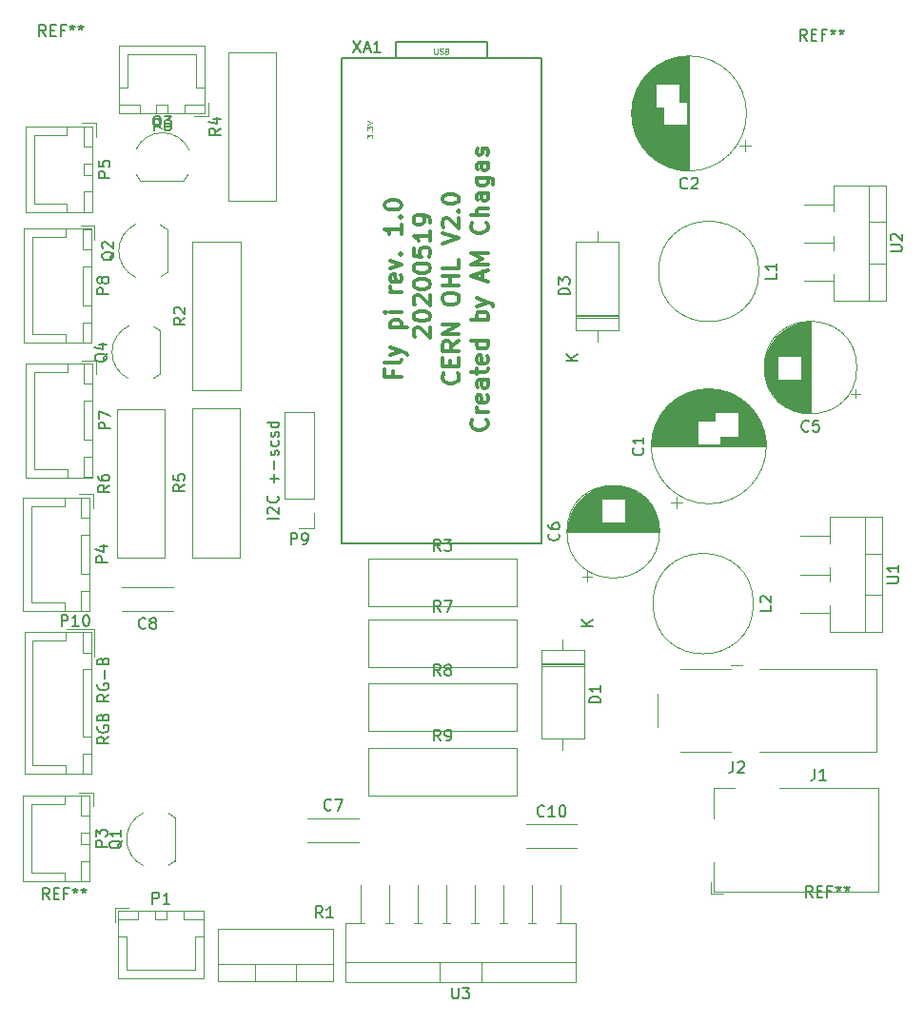
<source format=gbr>
G04 #@! TF.GenerationSoftware,KiCad,Pcbnew,5.1.6-c6e7f7d~86~ubuntu20.04.1*
G04 #@! TF.CreationDate,2020-06-09T07:54:05+01:00*
G04 #@! TF.ProjectId,flypi,666c7970-692e-46b6-9963-61645f706362,rev?*
G04 #@! TF.SameCoordinates,Original*
G04 #@! TF.FileFunction,Legend,Top*
G04 #@! TF.FilePolarity,Positive*
%FSLAX46Y46*%
G04 Gerber Fmt 4.6, Leading zero omitted, Abs format (unit mm)*
G04 Created by KiCad (PCBNEW 5.1.6-c6e7f7d~86~ubuntu20.04.1) date 2020-06-09 07:54:05*
%MOMM*%
%LPD*%
G01*
G04 APERTURE LIST*
%ADD10C,0.300000*%
%ADD11C,0.150000*%
%ADD12C,0.120000*%
%ADD13C,0.075000*%
G04 APERTURE END LIST*
D10*
X138392857Y-79321428D02*
X138392857Y-79821428D01*
X139178571Y-79821428D02*
X137678571Y-79821428D01*
X137678571Y-79107142D01*
X139178571Y-78321428D02*
X139107142Y-78464285D01*
X138964285Y-78535714D01*
X137678571Y-78535714D01*
X138178571Y-77892857D02*
X139178571Y-77535714D01*
X138178571Y-77178571D02*
X139178571Y-77535714D01*
X139535714Y-77678571D01*
X139607142Y-77750000D01*
X139678571Y-77892857D01*
X138178571Y-75464285D02*
X139678571Y-75464285D01*
X138250000Y-75464285D02*
X138178571Y-75321428D01*
X138178571Y-75035714D01*
X138250000Y-74892857D01*
X138321428Y-74821428D01*
X138464285Y-74750000D01*
X138892857Y-74750000D01*
X139035714Y-74821428D01*
X139107142Y-74892857D01*
X139178571Y-75035714D01*
X139178571Y-75321428D01*
X139107142Y-75464285D01*
X139178571Y-74107142D02*
X138178571Y-74107142D01*
X137678571Y-74107142D02*
X137750000Y-74178571D01*
X137821428Y-74107142D01*
X137750000Y-74035714D01*
X137678571Y-74107142D01*
X137821428Y-74107142D01*
X139178571Y-72250000D02*
X138178571Y-72250000D01*
X138464285Y-72250000D02*
X138321428Y-72178571D01*
X138250000Y-72107142D01*
X138178571Y-71964285D01*
X138178571Y-71821428D01*
X139107142Y-70750000D02*
X139178571Y-70892857D01*
X139178571Y-71178571D01*
X139107142Y-71321428D01*
X138964285Y-71392857D01*
X138392857Y-71392857D01*
X138250000Y-71321428D01*
X138178571Y-71178571D01*
X138178571Y-70892857D01*
X138250000Y-70750000D01*
X138392857Y-70678571D01*
X138535714Y-70678571D01*
X138678571Y-71392857D01*
X138178571Y-70178571D02*
X139178571Y-69821428D01*
X138178571Y-69464285D01*
X139035714Y-68892857D02*
X139107142Y-68821428D01*
X139178571Y-68892857D01*
X139107142Y-68964285D01*
X139035714Y-68892857D01*
X139178571Y-68892857D01*
X139178571Y-66250000D02*
X139178571Y-67107142D01*
X139178571Y-66678571D02*
X137678571Y-66678571D01*
X137892857Y-66821428D01*
X138035714Y-66964285D01*
X138107142Y-67107142D01*
X139035714Y-65607142D02*
X139107142Y-65535714D01*
X139178571Y-65607142D01*
X139107142Y-65678571D01*
X139035714Y-65607142D01*
X139178571Y-65607142D01*
X137678571Y-64607142D02*
X137678571Y-64464285D01*
X137750000Y-64321428D01*
X137821428Y-64250000D01*
X137964285Y-64178571D01*
X138250000Y-64107142D01*
X138607142Y-64107142D01*
X138892857Y-64178571D01*
X139035714Y-64250000D01*
X139107142Y-64321428D01*
X139178571Y-64464285D01*
X139178571Y-64607142D01*
X139107142Y-64750000D01*
X139035714Y-64821428D01*
X138892857Y-64892857D01*
X138607142Y-64964285D01*
X138250000Y-64964285D01*
X137964285Y-64892857D01*
X137821428Y-64821428D01*
X137750000Y-64750000D01*
X137678571Y-64607142D01*
X140371428Y-76285714D02*
X140300000Y-76214285D01*
X140228571Y-76071428D01*
X140228571Y-75714285D01*
X140300000Y-75571428D01*
X140371428Y-75500000D01*
X140514285Y-75428571D01*
X140657142Y-75428571D01*
X140871428Y-75500000D01*
X141728571Y-76357142D01*
X141728571Y-75428571D01*
X140228571Y-74500000D02*
X140228571Y-74357142D01*
X140300000Y-74214285D01*
X140371428Y-74142857D01*
X140514285Y-74071428D01*
X140800000Y-74000000D01*
X141157142Y-74000000D01*
X141442857Y-74071428D01*
X141585714Y-74142857D01*
X141657142Y-74214285D01*
X141728571Y-74357142D01*
X141728571Y-74500000D01*
X141657142Y-74642857D01*
X141585714Y-74714285D01*
X141442857Y-74785714D01*
X141157142Y-74857142D01*
X140800000Y-74857142D01*
X140514285Y-74785714D01*
X140371428Y-74714285D01*
X140300000Y-74642857D01*
X140228571Y-74500000D01*
X140371428Y-73428571D02*
X140300000Y-73357142D01*
X140228571Y-73214285D01*
X140228571Y-72857142D01*
X140300000Y-72714285D01*
X140371428Y-72642857D01*
X140514285Y-72571428D01*
X140657142Y-72571428D01*
X140871428Y-72642857D01*
X141728571Y-73500000D01*
X141728571Y-72571428D01*
X140228571Y-71642857D02*
X140228571Y-71500000D01*
X140300000Y-71357142D01*
X140371428Y-71285714D01*
X140514285Y-71214285D01*
X140800000Y-71142857D01*
X141157142Y-71142857D01*
X141442857Y-71214285D01*
X141585714Y-71285714D01*
X141657142Y-71357142D01*
X141728571Y-71500000D01*
X141728571Y-71642857D01*
X141657142Y-71785714D01*
X141585714Y-71857142D01*
X141442857Y-71928571D01*
X141157142Y-72000000D01*
X140800000Y-72000000D01*
X140514285Y-71928571D01*
X140371428Y-71857142D01*
X140300000Y-71785714D01*
X140228571Y-71642857D01*
X140228571Y-70214285D02*
X140228571Y-70071428D01*
X140300000Y-69928571D01*
X140371428Y-69857142D01*
X140514285Y-69785714D01*
X140800000Y-69714285D01*
X141157142Y-69714285D01*
X141442857Y-69785714D01*
X141585714Y-69857142D01*
X141657142Y-69928571D01*
X141728571Y-70071428D01*
X141728571Y-70214285D01*
X141657142Y-70357142D01*
X141585714Y-70428571D01*
X141442857Y-70500000D01*
X141157142Y-70571428D01*
X140800000Y-70571428D01*
X140514285Y-70500000D01*
X140371428Y-70428571D01*
X140300000Y-70357142D01*
X140228571Y-70214285D01*
X140228571Y-68357142D02*
X140228571Y-69071428D01*
X140942857Y-69142857D01*
X140871428Y-69071428D01*
X140800000Y-68928571D01*
X140800000Y-68571428D01*
X140871428Y-68428571D01*
X140942857Y-68357142D01*
X141085714Y-68285714D01*
X141442857Y-68285714D01*
X141585714Y-68357142D01*
X141657142Y-68428571D01*
X141728571Y-68571428D01*
X141728571Y-68928571D01*
X141657142Y-69071428D01*
X141585714Y-69142857D01*
X141728571Y-66857142D02*
X141728571Y-67714285D01*
X141728571Y-67285714D02*
X140228571Y-67285714D01*
X140442857Y-67428571D01*
X140585714Y-67571428D01*
X140657142Y-67714285D01*
X141728571Y-66142857D02*
X141728571Y-65857142D01*
X141657142Y-65714285D01*
X141585714Y-65642857D01*
X141371428Y-65500000D01*
X141085714Y-65428571D01*
X140514285Y-65428571D01*
X140371428Y-65500000D01*
X140300000Y-65571428D01*
X140228571Y-65714285D01*
X140228571Y-66000000D01*
X140300000Y-66142857D01*
X140371428Y-66214285D01*
X140514285Y-66285714D01*
X140871428Y-66285714D01*
X141014285Y-66214285D01*
X141085714Y-66142857D01*
X141157142Y-66000000D01*
X141157142Y-65714285D01*
X141085714Y-65571428D01*
X141014285Y-65500000D01*
X140871428Y-65428571D01*
X144135714Y-79500000D02*
X144207142Y-79571428D01*
X144278571Y-79785714D01*
X144278571Y-79928571D01*
X144207142Y-80142857D01*
X144064285Y-80285714D01*
X143921428Y-80357142D01*
X143635714Y-80428571D01*
X143421428Y-80428571D01*
X143135714Y-80357142D01*
X142992857Y-80285714D01*
X142850000Y-80142857D01*
X142778571Y-79928571D01*
X142778571Y-79785714D01*
X142850000Y-79571428D01*
X142921428Y-79500000D01*
X143492857Y-78857142D02*
X143492857Y-78357142D01*
X144278571Y-78142857D02*
X144278571Y-78857142D01*
X142778571Y-78857142D01*
X142778571Y-78142857D01*
X144278571Y-76642857D02*
X143564285Y-77142857D01*
X144278571Y-77500000D02*
X142778571Y-77500000D01*
X142778571Y-76928571D01*
X142850000Y-76785714D01*
X142921428Y-76714285D01*
X143064285Y-76642857D01*
X143278571Y-76642857D01*
X143421428Y-76714285D01*
X143492857Y-76785714D01*
X143564285Y-76928571D01*
X143564285Y-77500000D01*
X144278571Y-76000000D02*
X142778571Y-76000000D01*
X144278571Y-75142857D01*
X142778571Y-75142857D01*
X142778571Y-73000000D02*
X142778571Y-72714285D01*
X142850000Y-72571428D01*
X142992857Y-72428571D01*
X143278571Y-72357142D01*
X143778571Y-72357142D01*
X144064285Y-72428571D01*
X144207142Y-72571428D01*
X144278571Y-72714285D01*
X144278571Y-73000000D01*
X144207142Y-73142857D01*
X144064285Y-73285714D01*
X143778571Y-73357142D01*
X143278571Y-73357142D01*
X142992857Y-73285714D01*
X142850000Y-73142857D01*
X142778571Y-73000000D01*
X144278571Y-71714285D02*
X142778571Y-71714285D01*
X143492857Y-71714285D02*
X143492857Y-70857142D01*
X144278571Y-70857142D02*
X142778571Y-70857142D01*
X144278571Y-69428571D02*
X144278571Y-70142857D01*
X142778571Y-70142857D01*
X142778571Y-68000000D02*
X144278571Y-67500000D01*
X142778571Y-67000000D01*
X142921428Y-66571428D02*
X142850000Y-66500000D01*
X142778571Y-66357142D01*
X142778571Y-66000000D01*
X142850000Y-65857142D01*
X142921428Y-65785714D01*
X143064285Y-65714285D01*
X143207142Y-65714285D01*
X143421428Y-65785714D01*
X144278571Y-66642857D01*
X144278571Y-65714285D01*
X144135714Y-65071428D02*
X144207142Y-65000000D01*
X144278571Y-65071428D01*
X144207142Y-65142857D01*
X144135714Y-65071428D01*
X144278571Y-65071428D01*
X142778571Y-64071428D02*
X142778571Y-63928571D01*
X142850000Y-63785714D01*
X142921428Y-63714285D01*
X143064285Y-63642857D01*
X143350000Y-63571428D01*
X143707142Y-63571428D01*
X143992857Y-63642857D01*
X144135714Y-63714285D01*
X144207142Y-63785714D01*
X144278571Y-63928571D01*
X144278571Y-64071428D01*
X144207142Y-64214285D01*
X144135714Y-64285714D01*
X143992857Y-64357142D01*
X143707142Y-64428571D01*
X143350000Y-64428571D01*
X143064285Y-64357142D01*
X142921428Y-64285714D01*
X142850000Y-64214285D01*
X142778571Y-64071428D01*
X146685714Y-83607142D02*
X146757142Y-83678571D01*
X146828571Y-83892857D01*
X146828571Y-84035714D01*
X146757142Y-84250000D01*
X146614285Y-84392857D01*
X146471428Y-84464285D01*
X146185714Y-84535714D01*
X145971428Y-84535714D01*
X145685714Y-84464285D01*
X145542857Y-84392857D01*
X145400000Y-84250000D01*
X145328571Y-84035714D01*
X145328571Y-83892857D01*
X145400000Y-83678571D01*
X145471428Y-83607142D01*
X146828571Y-82964285D02*
X145828571Y-82964285D01*
X146114285Y-82964285D02*
X145971428Y-82892857D01*
X145900000Y-82821428D01*
X145828571Y-82678571D01*
X145828571Y-82535714D01*
X146757142Y-81464285D02*
X146828571Y-81607142D01*
X146828571Y-81892857D01*
X146757142Y-82035714D01*
X146614285Y-82107142D01*
X146042857Y-82107142D01*
X145900000Y-82035714D01*
X145828571Y-81892857D01*
X145828571Y-81607142D01*
X145900000Y-81464285D01*
X146042857Y-81392857D01*
X146185714Y-81392857D01*
X146328571Y-82107142D01*
X146828571Y-80107142D02*
X146042857Y-80107142D01*
X145900000Y-80178571D01*
X145828571Y-80321428D01*
X145828571Y-80607142D01*
X145900000Y-80750000D01*
X146757142Y-80107142D02*
X146828571Y-80250000D01*
X146828571Y-80607142D01*
X146757142Y-80750000D01*
X146614285Y-80821428D01*
X146471428Y-80821428D01*
X146328571Y-80750000D01*
X146257142Y-80607142D01*
X146257142Y-80250000D01*
X146185714Y-80107142D01*
X145828571Y-79607142D02*
X145828571Y-79035714D01*
X145328571Y-79392857D02*
X146614285Y-79392857D01*
X146757142Y-79321428D01*
X146828571Y-79178571D01*
X146828571Y-79035714D01*
X146757142Y-77964285D02*
X146828571Y-78107142D01*
X146828571Y-78392857D01*
X146757142Y-78535714D01*
X146614285Y-78607142D01*
X146042857Y-78607142D01*
X145900000Y-78535714D01*
X145828571Y-78392857D01*
X145828571Y-78107142D01*
X145900000Y-77964285D01*
X146042857Y-77892857D01*
X146185714Y-77892857D01*
X146328571Y-78607142D01*
X146828571Y-76607142D02*
X145328571Y-76607142D01*
X146757142Y-76607142D02*
X146828571Y-76750000D01*
X146828571Y-77035714D01*
X146757142Y-77178571D01*
X146685714Y-77250000D01*
X146542857Y-77321428D01*
X146114285Y-77321428D01*
X145971428Y-77250000D01*
X145900000Y-77178571D01*
X145828571Y-77035714D01*
X145828571Y-76750000D01*
X145900000Y-76607142D01*
X146828571Y-74750000D02*
X145328571Y-74750000D01*
X145900000Y-74750000D02*
X145828571Y-74607142D01*
X145828571Y-74321428D01*
X145900000Y-74178571D01*
X145971428Y-74107142D01*
X146114285Y-74035714D01*
X146542857Y-74035714D01*
X146685714Y-74107142D01*
X146757142Y-74178571D01*
X146828571Y-74321428D01*
X146828571Y-74607142D01*
X146757142Y-74750000D01*
X145828571Y-73535714D02*
X146828571Y-73178571D01*
X145828571Y-72821428D02*
X146828571Y-73178571D01*
X147185714Y-73321428D01*
X147257142Y-73392857D01*
X147328571Y-73535714D01*
X146400000Y-71178571D02*
X146400000Y-70464285D01*
X146828571Y-71321428D02*
X145328571Y-70821428D01*
X146828571Y-70321428D01*
X146828571Y-69821428D02*
X145328571Y-69821428D01*
X146400000Y-69321428D01*
X145328571Y-68821428D01*
X146828571Y-68821428D01*
X146685714Y-66107142D02*
X146757142Y-66178571D01*
X146828571Y-66392857D01*
X146828571Y-66535714D01*
X146757142Y-66750000D01*
X146614285Y-66892857D01*
X146471428Y-66964285D01*
X146185714Y-67035714D01*
X145971428Y-67035714D01*
X145685714Y-66964285D01*
X145542857Y-66892857D01*
X145400000Y-66750000D01*
X145328571Y-66535714D01*
X145328571Y-66392857D01*
X145400000Y-66178571D01*
X145471428Y-66107142D01*
X146828571Y-65464285D02*
X145328571Y-65464285D01*
X146828571Y-64821428D02*
X146042857Y-64821428D01*
X145900000Y-64892857D01*
X145828571Y-65035714D01*
X145828571Y-65250000D01*
X145900000Y-65392857D01*
X145971428Y-65464285D01*
X146828571Y-63464285D02*
X146042857Y-63464285D01*
X145900000Y-63535714D01*
X145828571Y-63678571D01*
X145828571Y-63964285D01*
X145900000Y-64107142D01*
X146757142Y-63464285D02*
X146828571Y-63607142D01*
X146828571Y-63964285D01*
X146757142Y-64107142D01*
X146614285Y-64178571D01*
X146471428Y-64178571D01*
X146328571Y-64107142D01*
X146257142Y-63964285D01*
X146257142Y-63607142D01*
X146185714Y-63464285D01*
X145828571Y-62107142D02*
X147042857Y-62107142D01*
X147185714Y-62178571D01*
X147257142Y-62250000D01*
X147328571Y-62392857D01*
X147328571Y-62607142D01*
X147257142Y-62750000D01*
X146757142Y-62107142D02*
X146828571Y-62250000D01*
X146828571Y-62535714D01*
X146757142Y-62678571D01*
X146685714Y-62750000D01*
X146542857Y-62821428D01*
X146114285Y-62821428D01*
X145971428Y-62750000D01*
X145900000Y-62678571D01*
X145828571Y-62535714D01*
X145828571Y-62250000D01*
X145900000Y-62107142D01*
X146828571Y-60750000D02*
X146042857Y-60750000D01*
X145900000Y-60821428D01*
X145828571Y-60964285D01*
X145828571Y-61250000D01*
X145900000Y-61392857D01*
X146757142Y-60750000D02*
X146828571Y-60892857D01*
X146828571Y-61250000D01*
X146757142Y-61392857D01*
X146614285Y-61464285D01*
X146471428Y-61464285D01*
X146328571Y-61392857D01*
X146257142Y-61250000D01*
X146257142Y-60892857D01*
X146185714Y-60750000D01*
X146757142Y-60107142D02*
X146828571Y-59964285D01*
X146828571Y-59678571D01*
X146757142Y-59535714D01*
X146614285Y-59464285D01*
X146542857Y-59464285D01*
X146400000Y-59535714D01*
X146328571Y-59678571D01*
X146328571Y-59892857D01*
X146257142Y-60035714D01*
X146114285Y-60107142D01*
X146042857Y-60107142D01*
X145900000Y-60035714D01*
X145828571Y-59892857D01*
X145828571Y-59678571D01*
X145900000Y-59535714D01*
D11*
X151590000Y-94680000D02*
X151590000Y-51500000D01*
X133810000Y-94680000D02*
X133810000Y-51500000D01*
X151590000Y-51500000D02*
X133810000Y-51500000D01*
X151590000Y-94680000D02*
X133810000Y-94680000D01*
X138636000Y-50050000D02*
X138636000Y-51500000D01*
X146764000Y-50050000D02*
X138636000Y-50050000D01*
X146764000Y-51500000D02*
X146764000Y-50050000D01*
D12*
X111970000Y-78350000D02*
X110720000Y-78350000D01*
X111970000Y-79600000D02*
X111970000Y-78350000D01*
X106470000Y-88000000D02*
X106470000Y-83700000D01*
X109420000Y-88000000D02*
X106470000Y-88000000D01*
X109420000Y-88750000D02*
X109420000Y-88000000D01*
X106470000Y-79400000D02*
X106470000Y-83700000D01*
X109420000Y-79400000D02*
X106470000Y-79400000D01*
X109420000Y-78650000D02*
X109420000Y-79400000D01*
X111670000Y-88750000D02*
X111670000Y-86950000D01*
X110920000Y-88750000D02*
X111670000Y-88750000D01*
X110920000Y-86950000D02*
X110920000Y-88750000D01*
X111670000Y-86950000D02*
X110920000Y-86950000D01*
X111670000Y-80450000D02*
X111670000Y-78650000D01*
X110920000Y-80450000D02*
X111670000Y-80450000D01*
X110920000Y-78650000D02*
X110920000Y-80450000D01*
X111670000Y-78650000D02*
X110920000Y-78650000D01*
X111670000Y-85450000D02*
X111670000Y-81950000D01*
X110920000Y-85450000D02*
X111670000Y-85450000D01*
X110920000Y-81950000D02*
X110920000Y-85450000D01*
X111670000Y-81950000D02*
X110920000Y-81950000D01*
X111680000Y-88760000D02*
X111680000Y-78640000D01*
X105710000Y-88760000D02*
X111680000Y-88760000D01*
X105710000Y-78640000D02*
X105710000Y-88760000D01*
X111680000Y-78640000D02*
X105710000Y-78640000D01*
X131378000Y-93278000D02*
X130048000Y-93278000D01*
X131378000Y-91948000D02*
X131378000Y-93278000D01*
X128718000Y-90678000D02*
X131378000Y-90678000D01*
X128718000Y-82998000D02*
X128718000Y-90678000D01*
X131378000Y-82998000D02*
X128718000Y-82998000D01*
X131378000Y-90678000D02*
X131378000Y-82998000D01*
X111850000Y-102250000D02*
X109350000Y-102250000D01*
X111850000Y-104750000D02*
X111850000Y-102250000D01*
X106350000Y-114400000D02*
X106350000Y-108850000D01*
X109300000Y-114400000D02*
X106350000Y-114400000D01*
X109300000Y-115150000D02*
X109300000Y-114400000D01*
X106350000Y-103300000D02*
X106350000Y-108850000D01*
X109300000Y-103300000D02*
X106350000Y-103300000D01*
X109300000Y-102550000D02*
X109300000Y-103300000D01*
X111550000Y-115150000D02*
X111550000Y-113350000D01*
X110800000Y-115150000D02*
X111550000Y-115150000D01*
X110800000Y-113350000D02*
X110800000Y-115150000D01*
X111550000Y-113350000D02*
X110800000Y-113350000D01*
X111550000Y-104350000D02*
X111550000Y-102550000D01*
X110800000Y-104350000D02*
X111550000Y-104350000D01*
X110800000Y-102550000D02*
X110800000Y-104350000D01*
X111550000Y-102550000D02*
X110800000Y-102550000D01*
X111550000Y-111850000D02*
X111550000Y-105850000D01*
X110800000Y-111850000D02*
X111550000Y-111850000D01*
X110800000Y-105850000D02*
X110800000Y-111850000D01*
X111550000Y-105850000D02*
X110800000Y-105850000D01*
X111550000Y-115150000D02*
X111550000Y-102550000D01*
X105600000Y-115150000D02*
X111550000Y-115150000D01*
X105600000Y-102550000D02*
X105600000Y-115150000D01*
X111550000Y-102550000D02*
X105600000Y-102550000D01*
X163122000Y-90978646D02*
X164122000Y-90978646D01*
X163622000Y-91478646D02*
X163622000Y-90478646D01*
X165898000Y-80918000D02*
X167096000Y-80918000D01*
X165635000Y-80958000D02*
X167359000Y-80958000D01*
X165435000Y-80998000D02*
X167559000Y-80998000D01*
X165267000Y-81038000D02*
X167727000Y-81038000D01*
X165119000Y-81078000D02*
X167875000Y-81078000D01*
X164987000Y-81118000D02*
X168007000Y-81118000D01*
X164867000Y-81158000D02*
X168127000Y-81158000D01*
X164755000Y-81198000D02*
X168239000Y-81198000D01*
X164651000Y-81238000D02*
X168343000Y-81238000D01*
X164553000Y-81278000D02*
X168441000Y-81278000D01*
X164460000Y-81318000D02*
X168534000Y-81318000D01*
X164372000Y-81358000D02*
X168622000Y-81358000D01*
X164288000Y-81398000D02*
X168706000Y-81398000D01*
X164208000Y-81438000D02*
X168786000Y-81438000D01*
X164132000Y-81478000D02*
X168862000Y-81478000D01*
X164058000Y-81518000D02*
X168936000Y-81518000D01*
X163987000Y-81558000D02*
X169007000Y-81558000D01*
X163918000Y-81598000D02*
X169076000Y-81598000D01*
X163852000Y-81638000D02*
X169142000Y-81638000D01*
X163788000Y-81678000D02*
X169206000Y-81678000D01*
X163727000Y-81718000D02*
X169267000Y-81718000D01*
X163667000Y-81758000D02*
X169327000Y-81758000D01*
X163608000Y-81798000D02*
X169386000Y-81798000D01*
X163552000Y-81838000D02*
X169442000Y-81838000D01*
X163497000Y-81878000D02*
X169497000Y-81878000D01*
X163443000Y-81918000D02*
X169551000Y-81918000D01*
X163391000Y-81958000D02*
X169603000Y-81958000D01*
X163341000Y-81998000D02*
X169653000Y-81998000D01*
X163291000Y-82038000D02*
X169703000Y-82038000D01*
X163243000Y-82078000D02*
X169751000Y-82078000D01*
X163196000Y-82118000D02*
X169798000Y-82118000D01*
X163150000Y-82158000D02*
X169844000Y-82158000D01*
X163105000Y-82198000D02*
X169889000Y-82198000D01*
X163061000Y-82238000D02*
X169933000Y-82238000D01*
X163019000Y-82278000D02*
X169975000Y-82278000D01*
X162977000Y-82318000D02*
X170017000Y-82318000D01*
X162936000Y-82358000D02*
X170058000Y-82358000D01*
X162896000Y-82398000D02*
X170098000Y-82398000D01*
X162857000Y-82438000D02*
X170137000Y-82438000D01*
X162818000Y-82478000D02*
X170176000Y-82478000D01*
X162781000Y-82518000D02*
X170213000Y-82518000D01*
X162744000Y-82558000D02*
X170250000Y-82558000D01*
X162708000Y-82598000D02*
X170286000Y-82598000D01*
X162673000Y-82638000D02*
X170321000Y-82638000D01*
X162639000Y-82678000D02*
X170355000Y-82678000D01*
X162605000Y-82718000D02*
X170389000Y-82718000D01*
X162572000Y-82758000D02*
X170422000Y-82758000D01*
X162540000Y-82798000D02*
X170454000Y-82798000D01*
X162508000Y-82838000D02*
X170486000Y-82838000D01*
X162477000Y-82878000D02*
X170517000Y-82878000D01*
X162447000Y-82918000D02*
X170547000Y-82918000D01*
X162417000Y-82958000D02*
X170577000Y-82958000D01*
X162387000Y-82998000D02*
X170607000Y-82998000D01*
X169137000Y-83038000D02*
X170635000Y-83038000D01*
X162359000Y-83038000D02*
X167057000Y-83038000D01*
X169137000Y-83078000D02*
X170663000Y-83078000D01*
X162331000Y-83078000D02*
X167057000Y-83078000D01*
X169137000Y-83118000D02*
X170691000Y-83118000D01*
X162303000Y-83118000D02*
X167057000Y-83118000D01*
X169137000Y-83158000D02*
X170718000Y-83158000D01*
X162276000Y-83158000D02*
X167057000Y-83158000D01*
X169137000Y-83198000D02*
X170744000Y-83198000D01*
X162250000Y-83198000D02*
X167057000Y-83198000D01*
X169137000Y-83238000D02*
X170770000Y-83238000D01*
X162224000Y-83238000D02*
X167057000Y-83238000D01*
X169137000Y-83278000D02*
X170795000Y-83278000D01*
X162199000Y-83278000D02*
X167057000Y-83278000D01*
X169137000Y-83318000D02*
X170820000Y-83318000D01*
X162174000Y-83318000D02*
X167057000Y-83318000D01*
X169137000Y-83358000D02*
X170844000Y-83358000D01*
X162150000Y-83358000D02*
X167057000Y-83358000D01*
X169137000Y-83398000D02*
X170868000Y-83398000D01*
X162126000Y-83398000D02*
X167057000Y-83398000D01*
X169137000Y-83438000D02*
X170892000Y-83438000D01*
X162102000Y-83438000D02*
X167057000Y-83438000D01*
X169137000Y-83478000D02*
X170914000Y-83478000D01*
X162080000Y-83478000D02*
X167057000Y-83478000D01*
X169137000Y-83518000D02*
X170937000Y-83518000D01*
X162057000Y-83518000D02*
X167057000Y-83518000D01*
X169137000Y-83558000D02*
X170959000Y-83558000D01*
X162035000Y-83558000D02*
X167057000Y-83558000D01*
X169137000Y-83598000D02*
X170980000Y-83598000D01*
X162014000Y-83598000D02*
X167057000Y-83598000D01*
X169137000Y-83638000D02*
X171001000Y-83638000D01*
X161993000Y-83638000D02*
X167057000Y-83638000D01*
X169137000Y-83678000D02*
X171022000Y-83678000D01*
X161972000Y-83678000D02*
X167057000Y-83678000D01*
X169137000Y-83718000D02*
X171042000Y-83718000D01*
X161952000Y-83718000D02*
X165457000Y-83718000D01*
X169137000Y-83758000D02*
X171061000Y-83758000D01*
X161933000Y-83758000D02*
X165457000Y-83758000D01*
X169137000Y-83798000D02*
X171081000Y-83798000D01*
X161913000Y-83798000D02*
X165457000Y-83798000D01*
X169137000Y-83838000D02*
X171100000Y-83838000D01*
X161894000Y-83838000D02*
X165457000Y-83838000D01*
X169137000Y-83878000D02*
X171118000Y-83878000D01*
X161876000Y-83878000D02*
X165457000Y-83878000D01*
X169137000Y-83918000D02*
X171136000Y-83918000D01*
X161858000Y-83918000D02*
X165457000Y-83918000D01*
X169137000Y-83958000D02*
X171154000Y-83958000D01*
X161840000Y-83958000D02*
X165457000Y-83958000D01*
X169137000Y-83998000D02*
X171171000Y-83998000D01*
X161823000Y-83998000D02*
X165457000Y-83998000D01*
X169137000Y-84038000D02*
X171187000Y-84038000D01*
X161807000Y-84038000D02*
X165457000Y-84038000D01*
X169137000Y-84078000D02*
X171204000Y-84078000D01*
X161790000Y-84078000D02*
X165457000Y-84078000D01*
X169137000Y-84118000D02*
X171220000Y-84118000D01*
X161774000Y-84118000D02*
X165457000Y-84118000D01*
X169137000Y-84158000D02*
X171235000Y-84158000D01*
X161759000Y-84158000D02*
X165457000Y-84158000D01*
X169137000Y-84198000D02*
X171251000Y-84198000D01*
X161743000Y-84198000D02*
X165457000Y-84198000D01*
X169137000Y-84238000D02*
X171265000Y-84238000D01*
X161729000Y-84238000D02*
X165457000Y-84238000D01*
X169137000Y-84278000D02*
X171280000Y-84278000D01*
X161714000Y-84278000D02*
X165457000Y-84278000D01*
X169137000Y-84318000D02*
X171294000Y-84318000D01*
X161700000Y-84318000D02*
X165457000Y-84318000D01*
X169137000Y-84358000D02*
X171308000Y-84358000D01*
X161686000Y-84358000D02*
X165457000Y-84358000D01*
X169137000Y-84398000D02*
X171321000Y-84398000D01*
X161673000Y-84398000D02*
X165457000Y-84398000D01*
X169137000Y-84438000D02*
X171334000Y-84438000D01*
X161660000Y-84438000D02*
X165457000Y-84438000D01*
X169137000Y-84478000D02*
X171347000Y-84478000D01*
X161647000Y-84478000D02*
X165457000Y-84478000D01*
X169137000Y-84518000D02*
X171359000Y-84518000D01*
X161635000Y-84518000D02*
X165457000Y-84518000D01*
X169137000Y-84558000D02*
X171371000Y-84558000D01*
X161623000Y-84558000D02*
X165457000Y-84558000D01*
X169137000Y-84598000D02*
X171382000Y-84598000D01*
X161612000Y-84598000D02*
X165457000Y-84598000D01*
X169137000Y-84638000D02*
X171394000Y-84638000D01*
X161600000Y-84638000D02*
X165457000Y-84638000D01*
X169137000Y-84678000D02*
X171404000Y-84678000D01*
X161590000Y-84678000D02*
X165457000Y-84678000D01*
X169137000Y-84718000D02*
X171415000Y-84718000D01*
X161579000Y-84718000D02*
X165457000Y-84718000D01*
X169137000Y-84758000D02*
X171425000Y-84758000D01*
X161569000Y-84758000D02*
X165457000Y-84758000D01*
X169137000Y-84798000D02*
X171435000Y-84798000D01*
X161559000Y-84798000D02*
X165457000Y-84798000D01*
X169137000Y-84838000D02*
X171444000Y-84838000D01*
X161550000Y-84838000D02*
X165457000Y-84838000D01*
X169137000Y-84878000D02*
X171453000Y-84878000D01*
X161541000Y-84878000D02*
X165457000Y-84878000D01*
X169137000Y-84918000D02*
X171462000Y-84918000D01*
X161532000Y-84918000D02*
X165457000Y-84918000D01*
X169137000Y-84958000D02*
X171471000Y-84958000D01*
X161523000Y-84958000D02*
X165457000Y-84958000D01*
X169137000Y-84998000D02*
X171479000Y-84998000D01*
X161515000Y-84998000D02*
X165457000Y-84998000D01*
X169137000Y-85038000D02*
X171487000Y-85038000D01*
X161507000Y-85038000D02*
X165457000Y-85038000D01*
X169137000Y-85078000D02*
X171494000Y-85078000D01*
X161500000Y-85078000D02*
X165457000Y-85078000D01*
X167537000Y-85118000D02*
X171501000Y-85118000D01*
X161493000Y-85118000D02*
X165457000Y-85118000D01*
X167537000Y-85158000D02*
X171508000Y-85158000D01*
X161486000Y-85158000D02*
X165457000Y-85158000D01*
X167537000Y-85198000D02*
X171515000Y-85198000D01*
X161479000Y-85198000D02*
X165457000Y-85198000D01*
X167537000Y-85238000D02*
X171521000Y-85238000D01*
X161473000Y-85238000D02*
X165457000Y-85238000D01*
X167537000Y-85278000D02*
X171527000Y-85278000D01*
X161467000Y-85278000D02*
X165457000Y-85278000D01*
X167537000Y-85319000D02*
X171532000Y-85319000D01*
X161462000Y-85319000D02*
X165457000Y-85319000D01*
X167537000Y-85359000D02*
X171537000Y-85359000D01*
X161457000Y-85359000D02*
X165457000Y-85359000D01*
X167537000Y-85399000D02*
X171542000Y-85399000D01*
X161452000Y-85399000D02*
X165457000Y-85399000D01*
X167537000Y-85439000D02*
X171547000Y-85439000D01*
X161447000Y-85439000D02*
X165457000Y-85439000D01*
X167537000Y-85479000D02*
X171551000Y-85479000D01*
X161443000Y-85479000D02*
X165457000Y-85479000D01*
X167537000Y-85519000D02*
X171555000Y-85519000D01*
X161439000Y-85519000D02*
X165457000Y-85519000D01*
X167537000Y-85559000D02*
X171559000Y-85559000D01*
X161435000Y-85559000D02*
X165457000Y-85559000D01*
X167537000Y-85599000D02*
X171562000Y-85599000D01*
X161432000Y-85599000D02*
X165457000Y-85599000D01*
X167537000Y-85639000D02*
X171565000Y-85639000D01*
X161429000Y-85639000D02*
X165457000Y-85639000D01*
X167537000Y-85679000D02*
X171567000Y-85679000D01*
X161427000Y-85679000D02*
X165457000Y-85679000D01*
X167537000Y-85719000D02*
X171570000Y-85719000D01*
X161424000Y-85719000D02*
X165457000Y-85719000D01*
X167537000Y-85759000D02*
X171572000Y-85759000D01*
X161422000Y-85759000D02*
X165457000Y-85759000D01*
X161420000Y-85799000D02*
X171574000Y-85799000D01*
X161419000Y-85839000D02*
X171575000Y-85839000D01*
X161418000Y-85879000D02*
X171576000Y-85879000D01*
X161417000Y-85919000D02*
X171577000Y-85919000D01*
X161417000Y-85959000D02*
X171577000Y-85959000D01*
X161417000Y-85999000D02*
X171577000Y-85999000D01*
X171617000Y-85999000D02*
G75*
G03*
X171617000Y-85999000I-5120000J0D01*
G01*
X169859000Y-56388000D02*
G75*
G03*
X169859000Y-56388000I-5120000J0D01*
G01*
X164739000Y-61468000D02*
X164739000Y-51308000D01*
X164699000Y-61468000D02*
X164699000Y-51308000D01*
X164659000Y-61468000D02*
X164659000Y-51308000D01*
X164619000Y-61467000D02*
X164619000Y-51309000D01*
X164579000Y-61466000D02*
X164579000Y-51310000D01*
X164539000Y-61465000D02*
X164539000Y-51311000D01*
X164499000Y-61463000D02*
X164499000Y-57428000D01*
X164499000Y-55348000D02*
X164499000Y-51313000D01*
X164459000Y-61461000D02*
X164459000Y-57428000D01*
X164459000Y-55348000D02*
X164459000Y-51315000D01*
X164419000Y-61458000D02*
X164419000Y-57428000D01*
X164419000Y-55348000D02*
X164419000Y-51318000D01*
X164379000Y-61456000D02*
X164379000Y-57428000D01*
X164379000Y-55348000D02*
X164379000Y-51320000D01*
X164339000Y-61453000D02*
X164339000Y-57428000D01*
X164339000Y-55348000D02*
X164339000Y-51323000D01*
X164299000Y-61450000D02*
X164299000Y-57428000D01*
X164299000Y-55348000D02*
X164299000Y-51326000D01*
X164259000Y-61446000D02*
X164259000Y-57428000D01*
X164259000Y-55348000D02*
X164259000Y-51330000D01*
X164219000Y-61442000D02*
X164219000Y-57428000D01*
X164219000Y-55348000D02*
X164219000Y-51334000D01*
X164179000Y-61438000D02*
X164179000Y-57428000D01*
X164179000Y-55348000D02*
X164179000Y-51338000D01*
X164139000Y-61433000D02*
X164139000Y-57428000D01*
X164139000Y-55348000D02*
X164139000Y-51343000D01*
X164099000Y-61428000D02*
X164099000Y-57428000D01*
X164099000Y-55348000D02*
X164099000Y-51348000D01*
X164059000Y-61423000D02*
X164059000Y-57428000D01*
X164059000Y-55348000D02*
X164059000Y-51353000D01*
X164018000Y-61418000D02*
X164018000Y-57428000D01*
X164018000Y-55348000D02*
X164018000Y-51358000D01*
X163978000Y-61412000D02*
X163978000Y-57428000D01*
X163978000Y-55348000D02*
X163978000Y-51364000D01*
X163938000Y-61406000D02*
X163938000Y-57428000D01*
X163938000Y-55348000D02*
X163938000Y-51370000D01*
X163898000Y-61399000D02*
X163898000Y-57428000D01*
X163898000Y-55348000D02*
X163898000Y-51377000D01*
X163858000Y-61392000D02*
X163858000Y-57428000D01*
X163858000Y-55348000D02*
X163858000Y-51384000D01*
X163818000Y-61385000D02*
X163818000Y-57428000D01*
X163818000Y-53748000D02*
X163818000Y-51391000D01*
X163778000Y-61378000D02*
X163778000Y-57428000D01*
X163778000Y-53748000D02*
X163778000Y-51398000D01*
X163738000Y-61370000D02*
X163738000Y-57428000D01*
X163738000Y-53748000D02*
X163738000Y-51406000D01*
X163698000Y-61362000D02*
X163698000Y-57428000D01*
X163698000Y-53748000D02*
X163698000Y-51414000D01*
X163658000Y-61353000D02*
X163658000Y-57428000D01*
X163658000Y-53748000D02*
X163658000Y-51423000D01*
X163618000Y-61344000D02*
X163618000Y-57428000D01*
X163618000Y-53748000D02*
X163618000Y-51432000D01*
X163578000Y-61335000D02*
X163578000Y-57428000D01*
X163578000Y-53748000D02*
X163578000Y-51441000D01*
X163538000Y-61326000D02*
X163538000Y-57428000D01*
X163538000Y-53748000D02*
X163538000Y-51450000D01*
X163498000Y-61316000D02*
X163498000Y-57428000D01*
X163498000Y-53748000D02*
X163498000Y-51460000D01*
X163458000Y-61306000D02*
X163458000Y-57428000D01*
X163458000Y-53748000D02*
X163458000Y-51470000D01*
X163418000Y-61295000D02*
X163418000Y-57428000D01*
X163418000Y-53748000D02*
X163418000Y-51481000D01*
X163378000Y-61285000D02*
X163378000Y-57428000D01*
X163378000Y-53748000D02*
X163378000Y-51491000D01*
X163338000Y-61273000D02*
X163338000Y-57428000D01*
X163338000Y-53748000D02*
X163338000Y-51503000D01*
X163298000Y-61262000D02*
X163298000Y-57428000D01*
X163298000Y-53748000D02*
X163298000Y-51514000D01*
X163258000Y-61250000D02*
X163258000Y-57428000D01*
X163258000Y-53748000D02*
X163258000Y-51526000D01*
X163218000Y-61238000D02*
X163218000Y-57428000D01*
X163218000Y-53748000D02*
X163218000Y-51538000D01*
X163178000Y-61225000D02*
X163178000Y-57428000D01*
X163178000Y-53748000D02*
X163178000Y-51551000D01*
X163138000Y-61212000D02*
X163138000Y-57428000D01*
X163138000Y-53748000D02*
X163138000Y-51564000D01*
X163098000Y-61199000D02*
X163098000Y-57428000D01*
X163098000Y-53748000D02*
X163098000Y-51577000D01*
X163058000Y-61185000D02*
X163058000Y-57428000D01*
X163058000Y-53748000D02*
X163058000Y-51591000D01*
X163018000Y-61171000D02*
X163018000Y-57428000D01*
X163018000Y-53748000D02*
X163018000Y-51605000D01*
X162978000Y-61156000D02*
X162978000Y-57428000D01*
X162978000Y-53748000D02*
X162978000Y-51620000D01*
X162938000Y-61142000D02*
X162938000Y-57428000D01*
X162938000Y-53748000D02*
X162938000Y-51634000D01*
X162898000Y-61126000D02*
X162898000Y-57428000D01*
X162898000Y-53748000D02*
X162898000Y-51650000D01*
X162858000Y-61111000D02*
X162858000Y-57428000D01*
X162858000Y-53748000D02*
X162858000Y-51665000D01*
X162818000Y-61095000D02*
X162818000Y-57428000D01*
X162818000Y-53748000D02*
X162818000Y-51681000D01*
X162778000Y-61078000D02*
X162778000Y-57428000D01*
X162778000Y-53748000D02*
X162778000Y-51698000D01*
X162738000Y-61062000D02*
X162738000Y-57428000D01*
X162738000Y-53748000D02*
X162738000Y-51714000D01*
X162698000Y-61045000D02*
X162698000Y-57428000D01*
X162698000Y-53748000D02*
X162698000Y-51731000D01*
X162658000Y-61027000D02*
X162658000Y-57428000D01*
X162658000Y-53748000D02*
X162658000Y-51749000D01*
X162618000Y-61009000D02*
X162618000Y-57428000D01*
X162618000Y-53748000D02*
X162618000Y-51767000D01*
X162578000Y-60991000D02*
X162578000Y-57428000D01*
X162578000Y-53748000D02*
X162578000Y-51785000D01*
X162538000Y-60972000D02*
X162538000Y-57428000D01*
X162538000Y-53748000D02*
X162538000Y-51804000D01*
X162498000Y-60952000D02*
X162498000Y-57428000D01*
X162498000Y-53748000D02*
X162498000Y-51824000D01*
X162458000Y-60933000D02*
X162458000Y-57428000D01*
X162458000Y-53748000D02*
X162458000Y-51843000D01*
X162418000Y-60913000D02*
X162418000Y-55828000D01*
X162418000Y-53748000D02*
X162418000Y-51863000D01*
X162378000Y-60892000D02*
X162378000Y-55828000D01*
X162378000Y-53748000D02*
X162378000Y-51884000D01*
X162338000Y-60871000D02*
X162338000Y-55828000D01*
X162338000Y-53748000D02*
X162338000Y-51905000D01*
X162298000Y-60850000D02*
X162298000Y-55828000D01*
X162298000Y-53748000D02*
X162298000Y-51926000D01*
X162258000Y-60828000D02*
X162258000Y-55828000D01*
X162258000Y-53748000D02*
X162258000Y-51948000D01*
X162218000Y-60805000D02*
X162218000Y-55828000D01*
X162218000Y-53748000D02*
X162218000Y-51971000D01*
X162178000Y-60783000D02*
X162178000Y-55828000D01*
X162178000Y-53748000D02*
X162178000Y-51993000D01*
X162138000Y-60759000D02*
X162138000Y-55828000D01*
X162138000Y-53748000D02*
X162138000Y-52017000D01*
X162098000Y-60735000D02*
X162098000Y-55828000D01*
X162098000Y-53748000D02*
X162098000Y-52041000D01*
X162058000Y-60711000D02*
X162058000Y-55828000D01*
X162058000Y-53748000D02*
X162058000Y-52065000D01*
X162018000Y-60686000D02*
X162018000Y-55828000D01*
X162018000Y-53748000D02*
X162018000Y-52090000D01*
X161978000Y-60661000D02*
X161978000Y-55828000D01*
X161978000Y-53748000D02*
X161978000Y-52115000D01*
X161938000Y-60635000D02*
X161938000Y-55828000D01*
X161938000Y-53748000D02*
X161938000Y-52141000D01*
X161898000Y-60609000D02*
X161898000Y-55828000D01*
X161898000Y-53748000D02*
X161898000Y-52167000D01*
X161858000Y-60582000D02*
X161858000Y-55828000D01*
X161858000Y-53748000D02*
X161858000Y-52194000D01*
X161818000Y-60554000D02*
X161818000Y-55828000D01*
X161818000Y-53748000D02*
X161818000Y-52222000D01*
X161778000Y-60526000D02*
X161778000Y-55828000D01*
X161778000Y-53748000D02*
X161778000Y-52250000D01*
X161738000Y-60498000D02*
X161738000Y-52278000D01*
X161698000Y-60468000D02*
X161698000Y-52308000D01*
X161658000Y-60438000D02*
X161658000Y-52338000D01*
X161618000Y-60408000D02*
X161618000Y-52368000D01*
X161578000Y-60377000D02*
X161578000Y-52399000D01*
X161538000Y-60345000D02*
X161538000Y-52431000D01*
X161498000Y-60313000D02*
X161498000Y-52463000D01*
X161458000Y-60280000D02*
X161458000Y-52496000D01*
X161418000Y-60246000D02*
X161418000Y-52530000D01*
X161378000Y-60212000D02*
X161378000Y-52564000D01*
X161338000Y-60177000D02*
X161338000Y-52599000D01*
X161298000Y-60141000D02*
X161298000Y-52635000D01*
X161258000Y-60104000D02*
X161258000Y-52672000D01*
X161218000Y-60067000D02*
X161218000Y-52709000D01*
X161178000Y-60028000D02*
X161178000Y-52748000D01*
X161138000Y-59989000D02*
X161138000Y-52787000D01*
X161098000Y-59949000D02*
X161098000Y-52827000D01*
X161058000Y-59908000D02*
X161058000Y-52868000D01*
X161018000Y-59866000D02*
X161018000Y-52910000D01*
X160978000Y-59824000D02*
X160978000Y-52952000D01*
X160938000Y-59780000D02*
X160938000Y-52996000D01*
X160898000Y-59735000D02*
X160898000Y-53041000D01*
X160858000Y-59689000D02*
X160858000Y-53087000D01*
X160818000Y-59642000D02*
X160818000Y-53134000D01*
X160778000Y-59594000D02*
X160778000Y-53182000D01*
X160738000Y-59544000D02*
X160738000Y-53232000D01*
X160698000Y-59494000D02*
X160698000Y-53282000D01*
X160658000Y-59442000D02*
X160658000Y-53334000D01*
X160618000Y-59388000D02*
X160618000Y-53388000D01*
X160578000Y-59333000D02*
X160578000Y-53443000D01*
X160538000Y-59277000D02*
X160538000Y-53499000D01*
X160498000Y-59218000D02*
X160498000Y-53558000D01*
X160458000Y-59158000D02*
X160458000Y-53618000D01*
X160418000Y-59097000D02*
X160418000Y-53679000D01*
X160378000Y-59033000D02*
X160378000Y-53743000D01*
X160338000Y-58967000D02*
X160338000Y-53809000D01*
X160298000Y-58898000D02*
X160298000Y-53878000D01*
X160258000Y-58827000D02*
X160258000Y-53949000D01*
X160218000Y-58753000D02*
X160218000Y-54023000D01*
X160178000Y-58677000D02*
X160178000Y-54099000D01*
X160138000Y-58597000D02*
X160138000Y-54179000D01*
X160098000Y-58513000D02*
X160098000Y-54263000D01*
X160058000Y-58425000D02*
X160058000Y-54351000D01*
X160018000Y-58332000D02*
X160018000Y-54444000D01*
X159978000Y-58234000D02*
X159978000Y-54542000D01*
X159938000Y-58130000D02*
X159938000Y-54646000D01*
X159898000Y-58018000D02*
X159898000Y-54758000D01*
X159858000Y-57898000D02*
X159858000Y-54878000D01*
X159818000Y-57766000D02*
X159818000Y-55010000D01*
X159778000Y-57618000D02*
X159778000Y-55158000D01*
X159738000Y-57450000D02*
X159738000Y-55326000D01*
X159698000Y-57250000D02*
X159698000Y-55526000D01*
X159658000Y-56987000D02*
X159658000Y-55789000D01*
X170218646Y-59263000D02*
X169218646Y-59263000D01*
X169718646Y-59763000D02*
X169718646Y-58763000D01*
X179559698Y-81715000D02*
X179559698Y-80915000D01*
X179959698Y-81315000D02*
X179159698Y-81315000D01*
X171469000Y-79533000D02*
X171469000Y-78467000D01*
X171509000Y-79768000D02*
X171509000Y-78232000D01*
X171549000Y-79948000D02*
X171549000Y-78052000D01*
X171589000Y-80098000D02*
X171589000Y-77902000D01*
X171629000Y-80229000D02*
X171629000Y-77771000D01*
X171669000Y-80346000D02*
X171669000Y-77654000D01*
X171709000Y-80453000D02*
X171709000Y-77547000D01*
X171749000Y-80552000D02*
X171749000Y-77448000D01*
X171789000Y-80645000D02*
X171789000Y-77355000D01*
X171829000Y-80731000D02*
X171829000Y-77269000D01*
X171869000Y-80813000D02*
X171869000Y-77187000D01*
X171909000Y-80890000D02*
X171909000Y-77110000D01*
X171949000Y-80964000D02*
X171949000Y-77036000D01*
X171989000Y-81034000D02*
X171989000Y-76966000D01*
X172029000Y-81102000D02*
X172029000Y-76898000D01*
X172069000Y-81166000D02*
X172069000Y-76834000D01*
X172109000Y-81228000D02*
X172109000Y-76772000D01*
X172149000Y-81287000D02*
X172149000Y-76713000D01*
X172189000Y-81345000D02*
X172189000Y-76655000D01*
X172229000Y-81400000D02*
X172229000Y-76600000D01*
X172269000Y-81454000D02*
X172269000Y-76546000D01*
X172309000Y-81505000D02*
X172309000Y-76495000D01*
X172349000Y-81556000D02*
X172349000Y-76444000D01*
X172389000Y-81604000D02*
X172389000Y-76396000D01*
X172429000Y-81651000D02*
X172429000Y-76349000D01*
X172469000Y-81697000D02*
X172469000Y-76303000D01*
X172509000Y-81741000D02*
X172509000Y-76259000D01*
X172549000Y-81784000D02*
X172549000Y-76216000D01*
X172589000Y-81826000D02*
X172589000Y-76174000D01*
X172629000Y-77960000D02*
X172629000Y-76133000D01*
X172629000Y-81867000D02*
X172629000Y-80040000D01*
X172669000Y-77960000D02*
X172669000Y-76093000D01*
X172669000Y-81907000D02*
X172669000Y-80040000D01*
X172709000Y-77960000D02*
X172709000Y-76055000D01*
X172709000Y-81945000D02*
X172709000Y-80040000D01*
X172749000Y-77960000D02*
X172749000Y-76017000D01*
X172749000Y-81983000D02*
X172749000Y-80040000D01*
X172789000Y-77960000D02*
X172789000Y-75981000D01*
X172789000Y-82019000D02*
X172789000Y-80040000D01*
X172829000Y-77960000D02*
X172829000Y-75945000D01*
X172829000Y-82055000D02*
X172829000Y-80040000D01*
X172869000Y-77960000D02*
X172869000Y-75910000D01*
X172869000Y-82090000D02*
X172869000Y-80040000D01*
X172909000Y-77960000D02*
X172909000Y-75876000D01*
X172909000Y-82124000D02*
X172909000Y-80040000D01*
X172949000Y-77960000D02*
X172949000Y-75844000D01*
X172949000Y-82156000D02*
X172949000Y-80040000D01*
X172989000Y-77960000D02*
X172989000Y-75811000D01*
X172989000Y-82189000D02*
X172989000Y-80040000D01*
X173029000Y-77960000D02*
X173029000Y-75780000D01*
X173029000Y-82220000D02*
X173029000Y-80040000D01*
X173069000Y-77960000D02*
X173069000Y-75750000D01*
X173069000Y-82250000D02*
X173069000Y-80040000D01*
X173109000Y-77960000D02*
X173109000Y-75720000D01*
X173109000Y-82280000D02*
X173109000Y-80040000D01*
X173149000Y-77960000D02*
X173149000Y-75691000D01*
X173149000Y-82309000D02*
X173149000Y-80040000D01*
X173189000Y-77960000D02*
X173189000Y-75662000D01*
X173189000Y-82338000D02*
X173189000Y-80040000D01*
X173229000Y-77960000D02*
X173229000Y-75635000D01*
X173229000Y-82365000D02*
X173229000Y-80040000D01*
X173269000Y-77960000D02*
X173269000Y-75608000D01*
X173269000Y-82392000D02*
X173269000Y-80040000D01*
X173309000Y-77960000D02*
X173309000Y-75582000D01*
X173309000Y-82418000D02*
X173309000Y-80040000D01*
X173349000Y-77960000D02*
X173349000Y-75556000D01*
X173349000Y-82444000D02*
X173349000Y-80040000D01*
X173389000Y-77960000D02*
X173389000Y-75531000D01*
X173389000Y-82469000D02*
X173389000Y-80040000D01*
X173429000Y-77960000D02*
X173429000Y-75507000D01*
X173429000Y-82493000D02*
X173429000Y-80040000D01*
X173469000Y-77960000D02*
X173469000Y-75483000D01*
X173469000Y-82517000D02*
X173469000Y-80040000D01*
X173509000Y-77960000D02*
X173509000Y-75460000D01*
X173509000Y-82540000D02*
X173509000Y-80040000D01*
X173549000Y-77960000D02*
X173549000Y-75438000D01*
X173549000Y-82562000D02*
X173549000Y-80040000D01*
X173589000Y-77960000D02*
X173589000Y-75416000D01*
X173589000Y-82584000D02*
X173589000Y-80040000D01*
X173629000Y-77960000D02*
X173629000Y-75394000D01*
X173629000Y-82606000D02*
X173629000Y-80040000D01*
X173669000Y-77960000D02*
X173669000Y-75373000D01*
X173669000Y-82627000D02*
X173669000Y-80040000D01*
X173709000Y-77960000D02*
X173709000Y-75353000D01*
X173709000Y-82647000D02*
X173709000Y-80040000D01*
X173749000Y-77960000D02*
X173749000Y-75334000D01*
X173749000Y-82666000D02*
X173749000Y-80040000D01*
X173789000Y-77960000D02*
X173789000Y-75314000D01*
X173789000Y-82686000D02*
X173789000Y-80040000D01*
X173829000Y-77960000D02*
X173829000Y-75296000D01*
X173829000Y-82704000D02*
X173829000Y-80040000D01*
X173869000Y-77960000D02*
X173869000Y-75278000D01*
X173869000Y-82722000D02*
X173869000Y-80040000D01*
X173909000Y-77960000D02*
X173909000Y-75260000D01*
X173909000Y-82740000D02*
X173909000Y-80040000D01*
X173949000Y-77960000D02*
X173949000Y-75243000D01*
X173949000Y-82757000D02*
X173949000Y-80040000D01*
X173989000Y-77960000D02*
X173989000Y-75226000D01*
X173989000Y-82774000D02*
X173989000Y-80040000D01*
X174029000Y-77960000D02*
X174029000Y-75210000D01*
X174029000Y-82790000D02*
X174029000Y-80040000D01*
X174069000Y-77960000D02*
X174069000Y-75195000D01*
X174069000Y-82805000D02*
X174069000Y-80040000D01*
X174109000Y-77960000D02*
X174109000Y-75179000D01*
X174109000Y-82821000D02*
X174109000Y-80040000D01*
X174149000Y-77960000D02*
X174149000Y-75165000D01*
X174149000Y-82835000D02*
X174149000Y-80040000D01*
X174189000Y-77960000D02*
X174189000Y-75150000D01*
X174189000Y-82850000D02*
X174189000Y-80040000D01*
X174229000Y-77960000D02*
X174229000Y-75137000D01*
X174229000Y-82863000D02*
X174229000Y-80040000D01*
X174269000Y-77960000D02*
X174269000Y-75123000D01*
X174269000Y-82877000D02*
X174269000Y-80040000D01*
X174309000Y-77960000D02*
X174309000Y-75111000D01*
X174309000Y-82889000D02*
X174309000Y-80040000D01*
X174349000Y-77960000D02*
X174349000Y-75098000D01*
X174349000Y-82902000D02*
X174349000Y-80040000D01*
X174389000Y-77960000D02*
X174389000Y-75086000D01*
X174389000Y-82914000D02*
X174389000Y-80040000D01*
X174429000Y-77960000D02*
X174429000Y-75075000D01*
X174429000Y-82925000D02*
X174429000Y-80040000D01*
X174469000Y-77960000D02*
X174469000Y-75064000D01*
X174469000Y-82936000D02*
X174469000Y-80040000D01*
X174509000Y-77960000D02*
X174509000Y-75053000D01*
X174509000Y-82947000D02*
X174509000Y-80040000D01*
X174549000Y-77960000D02*
X174549000Y-75043000D01*
X174549000Y-82957000D02*
X174549000Y-80040000D01*
X174589000Y-77960000D02*
X174589000Y-75033000D01*
X174589000Y-82967000D02*
X174589000Y-80040000D01*
X174629000Y-77960000D02*
X174629000Y-75024000D01*
X174629000Y-82976000D02*
X174629000Y-80040000D01*
X174669000Y-77960000D02*
X174669000Y-75015000D01*
X174669000Y-82985000D02*
X174669000Y-80040000D01*
X174709000Y-82994000D02*
X174709000Y-75006000D01*
X174749000Y-83002000D02*
X174749000Y-74998000D01*
X174789000Y-83010000D02*
X174789000Y-74990000D01*
X174829000Y-83017000D02*
X174829000Y-74983000D01*
X174870000Y-83024000D02*
X174870000Y-74976000D01*
X174910000Y-83030000D02*
X174910000Y-74970000D01*
X174950000Y-83037000D02*
X174950000Y-74963000D01*
X174990000Y-83042000D02*
X174990000Y-74958000D01*
X175030000Y-83048000D02*
X175030000Y-74952000D01*
X175070000Y-83052000D02*
X175070000Y-74948000D01*
X175110000Y-83057000D02*
X175110000Y-74943000D01*
X175150000Y-83061000D02*
X175150000Y-74939000D01*
X175190000Y-83065000D02*
X175190000Y-74935000D01*
X175230000Y-83068000D02*
X175230000Y-74932000D01*
X175270000Y-83071000D02*
X175270000Y-74929000D01*
X175310000Y-83074000D02*
X175310000Y-74926000D01*
X175350000Y-83076000D02*
X175350000Y-74924000D01*
X175390000Y-83077000D02*
X175390000Y-74923000D01*
X175430000Y-83079000D02*
X175430000Y-74921000D01*
X175470000Y-83080000D02*
X175470000Y-74920000D01*
X175510000Y-83080000D02*
X175510000Y-74920000D01*
X175550000Y-83080000D02*
X175550000Y-74920000D01*
X179670000Y-79000000D02*
G75*
G03*
X179670000Y-79000000I-4120000J0D01*
G01*
X162120000Y-93600000D02*
G75*
G03*
X162120000Y-93600000I-4120000J0D01*
G01*
X153920000Y-93600000D02*
X162080000Y-93600000D01*
X153920000Y-93560000D02*
X162080000Y-93560000D01*
X153920000Y-93520000D02*
X162080000Y-93520000D01*
X153921000Y-93480000D02*
X162079000Y-93480000D01*
X153923000Y-93440000D02*
X162077000Y-93440000D01*
X153924000Y-93400000D02*
X162076000Y-93400000D01*
X153926000Y-93360000D02*
X162074000Y-93360000D01*
X153929000Y-93320000D02*
X162071000Y-93320000D01*
X153932000Y-93280000D02*
X162068000Y-93280000D01*
X153935000Y-93240000D02*
X162065000Y-93240000D01*
X153939000Y-93200000D02*
X162061000Y-93200000D01*
X153943000Y-93160000D02*
X162057000Y-93160000D01*
X153948000Y-93120000D02*
X162052000Y-93120000D01*
X153952000Y-93080000D02*
X162048000Y-93080000D01*
X153958000Y-93040000D02*
X162042000Y-93040000D01*
X153963000Y-93000000D02*
X162037000Y-93000000D01*
X153970000Y-92960000D02*
X162030000Y-92960000D01*
X153976000Y-92920000D02*
X162024000Y-92920000D01*
X153983000Y-92879000D02*
X162017000Y-92879000D01*
X153990000Y-92839000D02*
X162010000Y-92839000D01*
X153998000Y-92799000D02*
X162002000Y-92799000D01*
X154006000Y-92759000D02*
X161994000Y-92759000D01*
X154015000Y-92719000D02*
X156960000Y-92719000D01*
X159040000Y-92719000D02*
X161985000Y-92719000D01*
X154024000Y-92679000D02*
X156960000Y-92679000D01*
X159040000Y-92679000D02*
X161976000Y-92679000D01*
X154033000Y-92639000D02*
X156960000Y-92639000D01*
X159040000Y-92639000D02*
X161967000Y-92639000D01*
X154043000Y-92599000D02*
X156960000Y-92599000D01*
X159040000Y-92599000D02*
X161957000Y-92599000D01*
X154053000Y-92559000D02*
X156960000Y-92559000D01*
X159040000Y-92559000D02*
X161947000Y-92559000D01*
X154064000Y-92519000D02*
X156960000Y-92519000D01*
X159040000Y-92519000D02*
X161936000Y-92519000D01*
X154075000Y-92479000D02*
X156960000Y-92479000D01*
X159040000Y-92479000D02*
X161925000Y-92479000D01*
X154086000Y-92439000D02*
X156960000Y-92439000D01*
X159040000Y-92439000D02*
X161914000Y-92439000D01*
X154098000Y-92399000D02*
X156960000Y-92399000D01*
X159040000Y-92399000D02*
X161902000Y-92399000D01*
X154111000Y-92359000D02*
X156960000Y-92359000D01*
X159040000Y-92359000D02*
X161889000Y-92359000D01*
X154123000Y-92319000D02*
X156960000Y-92319000D01*
X159040000Y-92319000D02*
X161877000Y-92319000D01*
X154137000Y-92279000D02*
X156960000Y-92279000D01*
X159040000Y-92279000D02*
X161863000Y-92279000D01*
X154150000Y-92239000D02*
X156960000Y-92239000D01*
X159040000Y-92239000D02*
X161850000Y-92239000D01*
X154165000Y-92199000D02*
X156960000Y-92199000D01*
X159040000Y-92199000D02*
X161835000Y-92199000D01*
X154179000Y-92159000D02*
X156960000Y-92159000D01*
X159040000Y-92159000D02*
X161821000Y-92159000D01*
X154195000Y-92119000D02*
X156960000Y-92119000D01*
X159040000Y-92119000D02*
X161805000Y-92119000D01*
X154210000Y-92079000D02*
X156960000Y-92079000D01*
X159040000Y-92079000D02*
X161790000Y-92079000D01*
X154226000Y-92039000D02*
X156960000Y-92039000D01*
X159040000Y-92039000D02*
X161774000Y-92039000D01*
X154243000Y-91999000D02*
X156960000Y-91999000D01*
X159040000Y-91999000D02*
X161757000Y-91999000D01*
X154260000Y-91959000D02*
X156960000Y-91959000D01*
X159040000Y-91959000D02*
X161740000Y-91959000D01*
X154278000Y-91919000D02*
X156960000Y-91919000D01*
X159040000Y-91919000D02*
X161722000Y-91919000D01*
X154296000Y-91879000D02*
X156960000Y-91879000D01*
X159040000Y-91879000D02*
X161704000Y-91879000D01*
X154314000Y-91839000D02*
X156960000Y-91839000D01*
X159040000Y-91839000D02*
X161686000Y-91839000D01*
X154334000Y-91799000D02*
X156960000Y-91799000D01*
X159040000Y-91799000D02*
X161666000Y-91799000D01*
X154353000Y-91759000D02*
X156960000Y-91759000D01*
X159040000Y-91759000D02*
X161647000Y-91759000D01*
X154373000Y-91719000D02*
X156960000Y-91719000D01*
X159040000Y-91719000D02*
X161627000Y-91719000D01*
X154394000Y-91679000D02*
X156960000Y-91679000D01*
X159040000Y-91679000D02*
X161606000Y-91679000D01*
X154416000Y-91639000D02*
X156960000Y-91639000D01*
X159040000Y-91639000D02*
X161584000Y-91639000D01*
X154438000Y-91599000D02*
X156960000Y-91599000D01*
X159040000Y-91599000D02*
X161562000Y-91599000D01*
X154460000Y-91559000D02*
X156960000Y-91559000D01*
X159040000Y-91559000D02*
X161540000Y-91559000D01*
X154483000Y-91519000D02*
X156960000Y-91519000D01*
X159040000Y-91519000D02*
X161517000Y-91519000D01*
X154507000Y-91479000D02*
X156960000Y-91479000D01*
X159040000Y-91479000D02*
X161493000Y-91479000D01*
X154531000Y-91439000D02*
X156960000Y-91439000D01*
X159040000Y-91439000D02*
X161469000Y-91439000D01*
X154556000Y-91399000D02*
X156960000Y-91399000D01*
X159040000Y-91399000D02*
X161444000Y-91399000D01*
X154582000Y-91359000D02*
X156960000Y-91359000D01*
X159040000Y-91359000D02*
X161418000Y-91359000D01*
X154608000Y-91319000D02*
X156960000Y-91319000D01*
X159040000Y-91319000D02*
X161392000Y-91319000D01*
X154635000Y-91279000D02*
X156960000Y-91279000D01*
X159040000Y-91279000D02*
X161365000Y-91279000D01*
X154662000Y-91239000D02*
X156960000Y-91239000D01*
X159040000Y-91239000D02*
X161338000Y-91239000D01*
X154691000Y-91199000D02*
X156960000Y-91199000D01*
X159040000Y-91199000D02*
X161309000Y-91199000D01*
X154720000Y-91159000D02*
X156960000Y-91159000D01*
X159040000Y-91159000D02*
X161280000Y-91159000D01*
X154750000Y-91119000D02*
X156960000Y-91119000D01*
X159040000Y-91119000D02*
X161250000Y-91119000D01*
X154780000Y-91079000D02*
X156960000Y-91079000D01*
X159040000Y-91079000D02*
X161220000Y-91079000D01*
X154811000Y-91039000D02*
X156960000Y-91039000D01*
X159040000Y-91039000D02*
X161189000Y-91039000D01*
X154844000Y-90999000D02*
X156960000Y-90999000D01*
X159040000Y-90999000D02*
X161156000Y-90999000D01*
X154876000Y-90959000D02*
X156960000Y-90959000D01*
X159040000Y-90959000D02*
X161124000Y-90959000D01*
X154910000Y-90919000D02*
X156960000Y-90919000D01*
X159040000Y-90919000D02*
X161090000Y-90919000D01*
X154945000Y-90879000D02*
X156960000Y-90879000D01*
X159040000Y-90879000D02*
X161055000Y-90879000D01*
X154981000Y-90839000D02*
X156960000Y-90839000D01*
X159040000Y-90839000D02*
X161019000Y-90839000D01*
X155017000Y-90799000D02*
X156960000Y-90799000D01*
X159040000Y-90799000D02*
X160983000Y-90799000D01*
X155055000Y-90759000D02*
X156960000Y-90759000D01*
X159040000Y-90759000D02*
X160945000Y-90759000D01*
X155093000Y-90719000D02*
X156960000Y-90719000D01*
X159040000Y-90719000D02*
X160907000Y-90719000D01*
X155133000Y-90679000D02*
X156960000Y-90679000D01*
X159040000Y-90679000D02*
X160867000Y-90679000D01*
X155174000Y-90639000D02*
X160826000Y-90639000D01*
X155216000Y-90599000D02*
X160784000Y-90599000D01*
X155259000Y-90559000D02*
X160741000Y-90559000D01*
X155303000Y-90519000D02*
X160697000Y-90519000D01*
X155349000Y-90479000D02*
X160651000Y-90479000D01*
X155396000Y-90439000D02*
X160604000Y-90439000D01*
X155444000Y-90399000D02*
X160556000Y-90399000D01*
X155495000Y-90359000D02*
X160505000Y-90359000D01*
X155546000Y-90319000D02*
X160454000Y-90319000D01*
X155600000Y-90279000D02*
X160400000Y-90279000D01*
X155655000Y-90239000D02*
X160345000Y-90239000D01*
X155713000Y-90199000D02*
X160287000Y-90199000D01*
X155772000Y-90159000D02*
X160228000Y-90159000D01*
X155834000Y-90119000D02*
X160166000Y-90119000D01*
X155898000Y-90079000D02*
X160102000Y-90079000D01*
X155966000Y-90039000D02*
X160034000Y-90039000D01*
X156036000Y-89999000D02*
X159964000Y-89999000D01*
X156110000Y-89959000D02*
X159890000Y-89959000D01*
X156187000Y-89919000D02*
X159813000Y-89919000D01*
X156269000Y-89879000D02*
X159731000Y-89879000D01*
X156355000Y-89839000D02*
X159645000Y-89839000D01*
X156448000Y-89799000D02*
X159552000Y-89799000D01*
X156547000Y-89759000D02*
X159453000Y-89759000D01*
X156654000Y-89719000D02*
X159346000Y-89719000D01*
X156771000Y-89679000D02*
X159229000Y-89679000D01*
X156902000Y-89639000D02*
X159098000Y-89639000D01*
X157052000Y-89599000D02*
X158948000Y-89599000D01*
X157232000Y-89559000D02*
X158768000Y-89559000D01*
X157467000Y-89519000D02*
X158533000Y-89519000D01*
X155685000Y-98009698D02*
X155685000Y-97209698D01*
X155285000Y-97609698D02*
X156085000Y-97609698D01*
X130786000Y-119072000D02*
X135326000Y-119072000D01*
X130786000Y-121212000D02*
X135326000Y-121212000D01*
X130786000Y-119072000D02*
X130786000Y-119087000D01*
X130786000Y-121197000D02*
X130786000Y-121212000D01*
X135326000Y-119072000D02*
X135326000Y-119087000D01*
X135326000Y-121197000D02*
X135326000Y-121212000D01*
X114280000Y-98545000D02*
X114280000Y-98530000D01*
X114280000Y-100670000D02*
X114280000Y-100655000D01*
X118820000Y-98545000D02*
X118820000Y-98530000D01*
X118820000Y-100670000D02*
X118820000Y-100655000D01*
X118820000Y-98530000D02*
X114280000Y-98530000D01*
X118820000Y-100670000D02*
X114280000Y-100670000D01*
X154770000Y-121755000D02*
X154770000Y-121770000D01*
X154770000Y-119630000D02*
X154770000Y-119645000D01*
X150230000Y-121755000D02*
X150230000Y-121770000D01*
X150230000Y-119630000D02*
X150230000Y-119645000D01*
X150230000Y-121770000D02*
X154770000Y-121770000D01*
X150230000Y-119630000D02*
X154770000Y-119630000D01*
X155420000Y-105297000D02*
X151580000Y-105297000D01*
X155420000Y-105537000D02*
X151580000Y-105537000D01*
X155420000Y-105417000D02*
X151580000Y-105417000D01*
X153500000Y-112987000D02*
X153500000Y-111997000D01*
X153500000Y-103167000D02*
X153500000Y-104157000D01*
X155420000Y-111997000D02*
X155420000Y-104157000D01*
X151580000Y-111997000D02*
X155420000Y-111997000D01*
X151580000Y-104157000D02*
X151580000Y-111997000D01*
X155420000Y-104157000D02*
X151580000Y-104157000D01*
X154671000Y-75675000D02*
X158511000Y-75675000D01*
X158511000Y-75675000D02*
X158511000Y-67835000D01*
X158511000Y-67835000D02*
X154671000Y-67835000D01*
X154671000Y-67835000D02*
X154671000Y-75675000D01*
X156591000Y-76665000D02*
X156591000Y-75675000D01*
X156591000Y-66845000D02*
X156591000Y-67835000D01*
X154671000Y-74415000D02*
X158511000Y-74415000D01*
X154671000Y-74295000D02*
X158511000Y-74295000D01*
X154671000Y-74535000D02*
X158511000Y-74535000D01*
X166900000Y-125600000D02*
X166900000Y-123000000D01*
X181600000Y-125600000D02*
X166900000Y-125600000D01*
X166900000Y-116400000D02*
X168800000Y-116400000D01*
X166900000Y-119100000D02*
X166900000Y-116400000D01*
X181600000Y-116400000D02*
X181600000Y-125600000D01*
X172800000Y-116400000D02*
X181600000Y-116400000D01*
X167750000Y-125800000D02*
X166700000Y-125800000D01*
X166700000Y-124750000D02*
X166700000Y-125800000D01*
X113650000Y-127050000D02*
X113650000Y-128300000D01*
X114900000Y-127050000D02*
X113650000Y-127050000D01*
X120800000Y-132550000D02*
X117750000Y-132550000D01*
X120800000Y-129600000D02*
X120800000Y-132550000D01*
X121550000Y-129600000D02*
X120800000Y-129600000D01*
X114700000Y-132550000D02*
X117750000Y-132550000D01*
X114700000Y-129600000D02*
X114700000Y-132550000D01*
X113950000Y-129600000D02*
X114700000Y-129600000D01*
X121550000Y-127350000D02*
X119750000Y-127350000D01*
X121550000Y-128100000D02*
X121550000Y-127350000D01*
X119750000Y-128100000D02*
X121550000Y-128100000D01*
X119750000Y-127350000D02*
X119750000Y-128100000D01*
X115750000Y-127350000D02*
X113950000Y-127350000D01*
X115750000Y-128100000D02*
X115750000Y-127350000D01*
X113950000Y-128100000D02*
X115750000Y-128100000D01*
X113950000Y-127350000D02*
X113950000Y-128100000D01*
X118250000Y-127350000D02*
X117250000Y-127350000D01*
X118250000Y-128100000D02*
X118250000Y-127350000D01*
X117250000Y-128100000D02*
X118250000Y-128100000D01*
X117250000Y-127350000D02*
X117250000Y-128100000D01*
X121560000Y-127340000D02*
X113940000Y-127340000D01*
X121560000Y-133310000D02*
X121560000Y-127340000D01*
X113940000Y-133310000D02*
X121560000Y-133310000D01*
X113940000Y-127340000D02*
X113940000Y-133310000D01*
X111426000Y-117074000D02*
X105456000Y-117074000D01*
X105456000Y-117074000D02*
X105456000Y-124694000D01*
X105456000Y-124694000D02*
X111426000Y-124694000D01*
X111426000Y-124694000D02*
X111426000Y-117074000D01*
X111416000Y-120384000D02*
X110666000Y-120384000D01*
X110666000Y-120384000D02*
X110666000Y-121384000D01*
X110666000Y-121384000D02*
X111416000Y-121384000D01*
X111416000Y-121384000D02*
X111416000Y-120384000D01*
X111416000Y-117084000D02*
X110666000Y-117084000D01*
X110666000Y-117084000D02*
X110666000Y-118884000D01*
X110666000Y-118884000D02*
X111416000Y-118884000D01*
X111416000Y-118884000D02*
X111416000Y-117084000D01*
X111416000Y-122884000D02*
X110666000Y-122884000D01*
X110666000Y-122884000D02*
X110666000Y-124684000D01*
X110666000Y-124684000D02*
X111416000Y-124684000D01*
X111416000Y-124684000D02*
X111416000Y-122884000D01*
X109166000Y-117084000D02*
X109166000Y-117834000D01*
X109166000Y-117834000D02*
X106216000Y-117834000D01*
X106216000Y-117834000D02*
X106216000Y-120884000D01*
X109166000Y-124684000D02*
X109166000Y-123934000D01*
X109166000Y-123934000D02*
X106216000Y-123934000D01*
X106216000Y-123934000D02*
X106216000Y-120884000D01*
X111716000Y-118034000D02*
X111716000Y-116784000D01*
X111716000Y-116784000D02*
X110466000Y-116784000D01*
X111716000Y-90250000D02*
X110466000Y-90250000D01*
X111716000Y-91500000D02*
X111716000Y-90250000D01*
X106216000Y-99900000D02*
X106216000Y-95600000D01*
X109166000Y-99900000D02*
X106216000Y-99900000D01*
X109166000Y-100650000D02*
X109166000Y-99900000D01*
X106216000Y-91300000D02*
X106216000Y-95600000D01*
X109166000Y-91300000D02*
X106216000Y-91300000D01*
X109166000Y-90550000D02*
X109166000Y-91300000D01*
X111416000Y-100650000D02*
X111416000Y-98850000D01*
X110666000Y-100650000D02*
X111416000Y-100650000D01*
X110666000Y-98850000D02*
X110666000Y-100650000D01*
X111416000Y-98850000D02*
X110666000Y-98850000D01*
X111416000Y-92350000D02*
X111416000Y-90550000D01*
X110666000Y-92350000D02*
X111416000Y-92350000D01*
X110666000Y-90550000D02*
X110666000Y-92350000D01*
X111416000Y-90550000D02*
X110666000Y-90550000D01*
X111416000Y-97350000D02*
X111416000Y-93850000D01*
X110666000Y-97350000D02*
X111416000Y-97350000D01*
X110666000Y-93850000D02*
X110666000Y-97350000D01*
X111416000Y-93850000D02*
X110666000Y-93850000D01*
X111426000Y-100660000D02*
X111426000Y-90540000D01*
X105456000Y-100660000D02*
X111426000Y-100660000D01*
X105456000Y-90540000D02*
X105456000Y-100660000D01*
X111426000Y-90540000D02*
X105456000Y-90540000D01*
X111660000Y-57540000D02*
X105690000Y-57540000D01*
X105690000Y-57540000D02*
X105690000Y-65160000D01*
X105690000Y-65160000D02*
X111660000Y-65160000D01*
X111660000Y-65160000D02*
X111660000Y-57540000D01*
X111650000Y-60850000D02*
X110900000Y-60850000D01*
X110900000Y-60850000D02*
X110900000Y-61850000D01*
X110900000Y-61850000D02*
X111650000Y-61850000D01*
X111650000Y-61850000D02*
X111650000Y-60850000D01*
X111650000Y-57550000D02*
X110900000Y-57550000D01*
X110900000Y-57550000D02*
X110900000Y-59350000D01*
X110900000Y-59350000D02*
X111650000Y-59350000D01*
X111650000Y-59350000D02*
X111650000Y-57550000D01*
X111650000Y-63350000D02*
X110900000Y-63350000D01*
X110900000Y-63350000D02*
X110900000Y-65150000D01*
X110900000Y-65150000D02*
X111650000Y-65150000D01*
X111650000Y-65150000D02*
X111650000Y-63350000D01*
X109400000Y-57550000D02*
X109400000Y-58300000D01*
X109400000Y-58300000D02*
X106450000Y-58300000D01*
X106450000Y-58300000D02*
X106450000Y-61350000D01*
X109400000Y-65150000D02*
X109400000Y-64400000D01*
X109400000Y-64400000D02*
X106450000Y-64400000D01*
X106450000Y-64400000D02*
X106450000Y-61350000D01*
X111950000Y-58500000D02*
X111950000Y-57250000D01*
X111950000Y-57250000D02*
X110700000Y-57250000D01*
X121950000Y-56650000D02*
X121950000Y-55400000D01*
X120700000Y-56650000D02*
X121950000Y-56650000D01*
X114800000Y-51150000D02*
X117850000Y-51150000D01*
X114800000Y-54100000D02*
X114800000Y-51150000D01*
X114050000Y-54100000D02*
X114800000Y-54100000D01*
X120900000Y-51150000D02*
X117850000Y-51150000D01*
X120900000Y-54100000D02*
X120900000Y-51150000D01*
X121650000Y-54100000D02*
X120900000Y-54100000D01*
X114050000Y-56350000D02*
X115850000Y-56350000D01*
X114050000Y-55600000D02*
X114050000Y-56350000D01*
X115850000Y-55600000D02*
X114050000Y-55600000D01*
X115850000Y-56350000D02*
X115850000Y-55600000D01*
X119850000Y-56350000D02*
X121650000Y-56350000D01*
X119850000Y-55600000D02*
X119850000Y-56350000D01*
X121650000Y-55600000D02*
X119850000Y-55600000D01*
X121650000Y-56350000D02*
X121650000Y-55600000D01*
X117350000Y-56350000D02*
X118350000Y-56350000D01*
X117350000Y-55600000D02*
X117350000Y-56350000D01*
X118350000Y-55600000D02*
X117350000Y-55600000D01*
X118350000Y-56350000D02*
X118350000Y-55600000D01*
X114040000Y-56360000D02*
X121660000Y-56360000D01*
X114040000Y-50390000D02*
X114040000Y-56360000D01*
X121660000Y-50390000D02*
X114040000Y-50390000D01*
X121660000Y-56360000D02*
X121660000Y-50390000D01*
X111553000Y-66655000D02*
X105583000Y-66655000D01*
X105583000Y-66655000D02*
X105583000Y-76775000D01*
X105583000Y-76775000D02*
X111553000Y-76775000D01*
X111553000Y-76775000D02*
X111553000Y-66655000D01*
X111543000Y-69965000D02*
X110793000Y-69965000D01*
X110793000Y-69965000D02*
X110793000Y-73465000D01*
X110793000Y-73465000D02*
X111543000Y-73465000D01*
X111543000Y-73465000D02*
X111543000Y-69965000D01*
X111543000Y-66665000D02*
X110793000Y-66665000D01*
X110793000Y-66665000D02*
X110793000Y-68465000D01*
X110793000Y-68465000D02*
X111543000Y-68465000D01*
X111543000Y-68465000D02*
X111543000Y-66665000D01*
X111543000Y-74965000D02*
X110793000Y-74965000D01*
X110793000Y-74965000D02*
X110793000Y-76765000D01*
X110793000Y-76765000D02*
X111543000Y-76765000D01*
X111543000Y-76765000D02*
X111543000Y-74965000D01*
X109293000Y-66665000D02*
X109293000Y-67415000D01*
X109293000Y-67415000D02*
X106343000Y-67415000D01*
X106343000Y-67415000D02*
X106343000Y-71715000D01*
X109293000Y-76765000D02*
X109293000Y-76015000D01*
X109293000Y-76015000D02*
X106343000Y-76015000D01*
X106343000Y-76015000D02*
X106343000Y-71715000D01*
X111843000Y-67615000D02*
X111843000Y-66365000D01*
X111843000Y-66365000D02*
X110593000Y-66365000D01*
X119000000Y-122900000D02*
X119000000Y-119050000D01*
X118422045Y-123282631D02*
G75*
G03*
X119000000Y-122900000I-1122045J2322631D01*
G01*
X116201193Y-123316400D02*
G75*
G02*
X114700000Y-120960000I1098807J2356400D01*
G01*
X116201193Y-118603600D02*
G75*
G03*
X114700000Y-120960000I1098807J-2356400D01*
G01*
X118412264Y-118657617D02*
G75*
G02*
X119000000Y-119050000I-1112264J-2302383D01*
G01*
X118300000Y-70550000D02*
X118300000Y-66700000D01*
X117712264Y-66307617D02*
G75*
G02*
X118300000Y-66700000I-1112264J-2302383D01*
G01*
X115501193Y-66253600D02*
G75*
G03*
X114000000Y-68610000I1098807J-2356400D01*
G01*
X115501193Y-70966400D02*
G75*
G02*
X114000000Y-68610000I1098807J2356400D01*
G01*
X117722045Y-70932631D02*
G75*
G03*
X118300000Y-70550000I-1122045J2322631D01*
G01*
X115950000Y-62400000D02*
X119800000Y-62400000D01*
X115567369Y-61822045D02*
G75*
G03*
X115950000Y-62400000I2322631J1122045D01*
G01*
X115533600Y-59601193D02*
G75*
G02*
X117890000Y-58100000I2356400J-1098807D01*
G01*
X120246400Y-59601193D02*
G75*
G03*
X117890000Y-58100000I-2356400J-1098807D01*
G01*
X120192383Y-61812264D02*
G75*
G02*
X119800000Y-62400000I-2302383J1112264D01*
G01*
X117700000Y-79580000D02*
X117700000Y-75730000D01*
X117112264Y-75337617D02*
G75*
G02*
X117700000Y-75730000I-1112264J-2302383D01*
G01*
X114901193Y-75283600D02*
G75*
G03*
X113400000Y-77640000I1098807J-2356400D01*
G01*
X114901193Y-79996400D02*
G75*
G02*
X113400000Y-77640000I1098807J2356400D01*
G01*
X117122045Y-79962631D02*
G75*
G03*
X117700000Y-79580000I-1122045J2322631D01*
G01*
X126109000Y-133570000D02*
X126109000Y-132060000D01*
X129810000Y-133570000D02*
X129810000Y-132060000D01*
X133080000Y-132060000D02*
X122840000Y-132060000D01*
X122840000Y-133570000D02*
X122840000Y-128929000D01*
X133080000Y-133570000D02*
X133080000Y-128929000D01*
X133080000Y-128929000D02*
X122840000Y-128929000D01*
X133080000Y-133570000D02*
X122840000Y-133570000D01*
X120580000Y-67780000D02*
X124820000Y-67780000D01*
X120580000Y-81020000D02*
X124820000Y-81020000D01*
X124820000Y-81020000D02*
X124820000Y-67780000D01*
X120580000Y-81020000D02*
X120580000Y-67780000D01*
X136180000Y-95980000D02*
X149420000Y-95980000D01*
X136180000Y-100220000D02*
X149420000Y-100220000D01*
X136180000Y-95980000D02*
X136180000Y-100220000D01*
X149420000Y-95980000D02*
X149420000Y-100220000D01*
X123730000Y-50930000D02*
X127970000Y-50930000D01*
X123730000Y-64170000D02*
X127970000Y-64170000D01*
X127970000Y-64170000D02*
X127970000Y-50930000D01*
X123730000Y-64170000D02*
X123730000Y-50930000D01*
X120530000Y-95870000D02*
X120530000Y-82630000D01*
X124770000Y-95870000D02*
X124770000Y-82630000D01*
X120530000Y-95870000D02*
X124770000Y-95870000D01*
X120530000Y-82630000D02*
X124770000Y-82630000D01*
X113830000Y-95920000D02*
X113830000Y-82680000D01*
X118070000Y-95920000D02*
X118070000Y-82680000D01*
X113830000Y-95920000D02*
X118070000Y-95920000D01*
X113830000Y-82680000D02*
X118070000Y-82680000D01*
X149420000Y-101380000D02*
X149420000Y-105620000D01*
X136180000Y-101380000D02*
X136180000Y-105620000D01*
X136180000Y-105620000D02*
X149420000Y-105620000D01*
X136180000Y-101380000D02*
X149420000Y-101380000D01*
X149420000Y-107080000D02*
X149420000Y-111320000D01*
X136180000Y-107080000D02*
X136180000Y-111320000D01*
X136180000Y-111320000D02*
X149420000Y-111320000D01*
X136180000Y-107080000D02*
X149420000Y-107080000D01*
X136180000Y-112880000D02*
X149420000Y-112880000D01*
X136180000Y-117120000D02*
X149420000Y-117120000D01*
X136180000Y-112880000D02*
X136180000Y-117120000D01*
X149420000Y-112880000D02*
X149420000Y-117120000D01*
X177279000Y-100800000D02*
X174665000Y-100800000D01*
X177279000Y-97400000D02*
X174665000Y-97400000D01*
X177279000Y-94000000D02*
X174649000Y-94000000D01*
X181920000Y-99250000D02*
X180411000Y-99250000D01*
X181920000Y-95550000D02*
X180411000Y-95550000D01*
X180411000Y-92279000D02*
X180411000Y-102520000D01*
X181920000Y-102520000D02*
X177279000Y-102520000D01*
X181920000Y-92279000D02*
X177279000Y-92279000D01*
X177279000Y-100165000D02*
X177279000Y-102520000D01*
X177279000Y-96765000D02*
X177279000Y-98035000D01*
X177279000Y-92279000D02*
X177279000Y-94635000D01*
X181920000Y-92279000D02*
X181920000Y-102520000D01*
X182220000Y-62779000D02*
X182220000Y-73020000D01*
X177579000Y-62779000D02*
X177579000Y-65135000D01*
X177579000Y-67265000D02*
X177579000Y-68535000D01*
X177579000Y-70665000D02*
X177579000Y-73020000D01*
X182220000Y-62779000D02*
X177579000Y-62779000D01*
X182220000Y-73020000D02*
X177579000Y-73020000D01*
X180711000Y-62779000D02*
X180711000Y-73020000D01*
X182220000Y-66050000D02*
X180711000Y-66050000D01*
X182220000Y-69750000D02*
X180711000Y-69750000D01*
X177579000Y-64500000D02*
X174949000Y-64500000D01*
X177579000Y-67900000D02*
X174965000Y-67900000D01*
X177579000Y-71300000D02*
X174965000Y-71300000D01*
X135520000Y-128459000D02*
X135520000Y-125065000D01*
X138060000Y-128459000D02*
X138060000Y-125065000D01*
X140600000Y-128459000D02*
X140600000Y-125065000D01*
X143140000Y-128459000D02*
X143140000Y-125065000D01*
X145680000Y-128459000D02*
X145680000Y-125065000D01*
X148220000Y-128459000D02*
X148220000Y-125065000D01*
X150760000Y-128459000D02*
X150760000Y-125065000D01*
X153300000Y-128459000D02*
X153300000Y-125050000D01*
X142560000Y-133700000D02*
X142560000Y-131860000D01*
X146259000Y-133700000D02*
X146259000Y-131860000D01*
X154630000Y-131860000D02*
X134190000Y-131860000D01*
X134190000Y-133700000D02*
X134190000Y-128459000D01*
X154630000Y-133700000D02*
X154630000Y-128459000D01*
X135865000Y-128459000D02*
X134190000Y-128459000D01*
X138405000Y-128459000D02*
X137714000Y-128459000D01*
X140945000Y-128459000D02*
X140254000Y-128459000D01*
X143485000Y-128459000D02*
X142794000Y-128459000D01*
X146025000Y-128459000D02*
X145334000Y-128459000D01*
X148565000Y-128459000D02*
X147874000Y-128459000D01*
X151105000Y-128459000D02*
X150414000Y-128459000D01*
X154630000Y-128459000D02*
X152954000Y-128459000D01*
X154630000Y-133700000D02*
X134190000Y-133700000D01*
X170967000Y-70445000D02*
G75*
G03*
X170967000Y-70445000I-4470000J0D01*
G01*
X170470000Y-100000000D02*
G75*
G03*
X170470000Y-100000000I-4470000J0D01*
G01*
X169500000Y-105470000D02*
X168500000Y-105470000D01*
X161930000Y-111000000D02*
X161930000Y-108000000D01*
X168480000Y-105850000D02*
X163980000Y-105850000D01*
X168480000Y-113150000D02*
X163980000Y-113150000D01*
X181430000Y-105850000D02*
X170980000Y-105850000D01*
X181430000Y-113150000D02*
X181430000Y-105850000D01*
X181430000Y-113150000D02*
X170980000Y-113150000D01*
D11*
X134857904Y-49936380D02*
X135524571Y-50936380D01*
X135524571Y-49936380D02*
X134857904Y-50936380D01*
X135857904Y-50650666D02*
X136334095Y-50650666D01*
X135762666Y-50936380D02*
X136096000Y-49936380D01*
X136429333Y-50936380D01*
X137286476Y-50936380D02*
X136715047Y-50936380D01*
X137000761Y-50936380D02*
X137000761Y-49936380D01*
X136905523Y-50079238D01*
X136810285Y-50174476D01*
X136715047Y-50222095D01*
D13*
X142069047Y-50591190D02*
X142069047Y-50995952D01*
X142092857Y-51043571D01*
X142116666Y-51067380D01*
X142164285Y-51091190D01*
X142259523Y-51091190D01*
X142307142Y-51067380D01*
X142330952Y-51043571D01*
X142354761Y-50995952D01*
X142354761Y-50591190D01*
X142569047Y-51067380D02*
X142640476Y-51091190D01*
X142759523Y-51091190D01*
X142807142Y-51067380D01*
X142830952Y-51043571D01*
X142854761Y-50995952D01*
X142854761Y-50948333D01*
X142830952Y-50900714D01*
X142807142Y-50876904D01*
X142759523Y-50853095D01*
X142664285Y-50829285D01*
X142616666Y-50805476D01*
X142592857Y-50781666D01*
X142569047Y-50734047D01*
X142569047Y-50686428D01*
X142592857Y-50638809D01*
X142616666Y-50615000D01*
X142664285Y-50591190D01*
X142783333Y-50591190D01*
X142854761Y-50615000D01*
X143235714Y-50829285D02*
X143307142Y-50853095D01*
X143330952Y-50876904D01*
X143354761Y-50924523D01*
X143354761Y-50995952D01*
X143330952Y-51043571D01*
X143307142Y-51067380D01*
X143259523Y-51091190D01*
X143069047Y-51091190D01*
X143069047Y-50591190D01*
X143235714Y-50591190D01*
X143283333Y-50615000D01*
X143307142Y-50638809D01*
X143330952Y-50686428D01*
X143330952Y-50734047D01*
X143307142Y-50781666D01*
X143283333Y-50805476D01*
X143235714Y-50829285D01*
X143069047Y-50829285D01*
X136076190Y-58588095D02*
X136076190Y-58278571D01*
X136266666Y-58445238D01*
X136266666Y-58373809D01*
X136290476Y-58326190D01*
X136314285Y-58302380D01*
X136361904Y-58278571D01*
X136480952Y-58278571D01*
X136528571Y-58302380D01*
X136552380Y-58326190D01*
X136576190Y-58373809D01*
X136576190Y-58516666D01*
X136552380Y-58564285D01*
X136528571Y-58588095D01*
X136528571Y-58064285D02*
X136552380Y-58040476D01*
X136576190Y-58064285D01*
X136552380Y-58088095D01*
X136528571Y-58064285D01*
X136576190Y-58064285D01*
X136076190Y-57873809D02*
X136076190Y-57564285D01*
X136266666Y-57730952D01*
X136266666Y-57659523D01*
X136290476Y-57611904D01*
X136314285Y-57588095D01*
X136361904Y-57564285D01*
X136480952Y-57564285D01*
X136528571Y-57588095D01*
X136552380Y-57611904D01*
X136576190Y-57659523D01*
X136576190Y-57802380D01*
X136552380Y-57850000D01*
X136528571Y-57873809D01*
X136076190Y-57421428D02*
X136576190Y-57254761D01*
X136076190Y-57088095D01*
D11*
X175216666Y-49902380D02*
X174883333Y-49426190D01*
X174645238Y-49902380D02*
X174645238Y-48902380D01*
X175026190Y-48902380D01*
X175121428Y-48950000D01*
X175169047Y-48997619D01*
X175216666Y-49092857D01*
X175216666Y-49235714D01*
X175169047Y-49330952D01*
X175121428Y-49378571D01*
X175026190Y-49426190D01*
X174645238Y-49426190D01*
X175645238Y-49378571D02*
X175978571Y-49378571D01*
X176121428Y-49902380D02*
X175645238Y-49902380D01*
X175645238Y-48902380D01*
X176121428Y-48902380D01*
X176883333Y-49378571D02*
X176550000Y-49378571D01*
X176550000Y-49902380D02*
X176550000Y-48902380D01*
X177026190Y-48902380D01*
X177550000Y-48902380D02*
X177550000Y-49140476D01*
X177311904Y-49045238D02*
X177550000Y-49140476D01*
X177788095Y-49045238D01*
X177407142Y-49330952D02*
X177550000Y-49140476D01*
X177692857Y-49330952D01*
X178311904Y-48902380D02*
X178311904Y-49140476D01*
X178073809Y-49045238D02*
X178311904Y-49140476D01*
X178550000Y-49045238D01*
X178169047Y-49330952D02*
X178311904Y-49140476D01*
X178454761Y-49330952D01*
X107516666Y-49502380D02*
X107183333Y-49026190D01*
X106945238Y-49502380D02*
X106945238Y-48502380D01*
X107326190Y-48502380D01*
X107421428Y-48550000D01*
X107469047Y-48597619D01*
X107516666Y-48692857D01*
X107516666Y-48835714D01*
X107469047Y-48930952D01*
X107421428Y-48978571D01*
X107326190Y-49026190D01*
X106945238Y-49026190D01*
X107945238Y-48978571D02*
X108278571Y-48978571D01*
X108421428Y-49502380D02*
X107945238Y-49502380D01*
X107945238Y-48502380D01*
X108421428Y-48502380D01*
X109183333Y-48978571D02*
X108850000Y-48978571D01*
X108850000Y-49502380D02*
X108850000Y-48502380D01*
X109326190Y-48502380D01*
X109850000Y-48502380D02*
X109850000Y-48740476D01*
X109611904Y-48645238D02*
X109850000Y-48740476D01*
X110088095Y-48645238D01*
X109707142Y-48930952D02*
X109850000Y-48740476D01*
X109992857Y-48930952D01*
X110611904Y-48502380D02*
X110611904Y-48740476D01*
X110373809Y-48645238D02*
X110611904Y-48740476D01*
X110850000Y-48645238D01*
X110469047Y-48930952D02*
X110611904Y-48740476D01*
X110754761Y-48930952D01*
X107816666Y-126302380D02*
X107483333Y-125826190D01*
X107245238Y-126302380D02*
X107245238Y-125302380D01*
X107626190Y-125302380D01*
X107721428Y-125350000D01*
X107769047Y-125397619D01*
X107816666Y-125492857D01*
X107816666Y-125635714D01*
X107769047Y-125730952D01*
X107721428Y-125778571D01*
X107626190Y-125826190D01*
X107245238Y-125826190D01*
X108245238Y-125778571D02*
X108578571Y-125778571D01*
X108721428Y-126302380D02*
X108245238Y-126302380D01*
X108245238Y-125302380D01*
X108721428Y-125302380D01*
X109483333Y-125778571D02*
X109150000Y-125778571D01*
X109150000Y-126302380D02*
X109150000Y-125302380D01*
X109626190Y-125302380D01*
X110150000Y-125302380D02*
X110150000Y-125540476D01*
X109911904Y-125445238D02*
X110150000Y-125540476D01*
X110388095Y-125445238D01*
X110007142Y-125730952D02*
X110150000Y-125540476D01*
X110292857Y-125730952D01*
X110911904Y-125302380D02*
X110911904Y-125540476D01*
X110673809Y-125445238D02*
X110911904Y-125540476D01*
X111150000Y-125445238D01*
X110769047Y-125730952D02*
X110911904Y-125540476D01*
X111054761Y-125730952D01*
X175716666Y-126102380D02*
X175383333Y-125626190D01*
X175145238Y-126102380D02*
X175145238Y-125102380D01*
X175526190Y-125102380D01*
X175621428Y-125150000D01*
X175669047Y-125197619D01*
X175716666Y-125292857D01*
X175716666Y-125435714D01*
X175669047Y-125530952D01*
X175621428Y-125578571D01*
X175526190Y-125626190D01*
X175145238Y-125626190D01*
X176145238Y-125578571D02*
X176478571Y-125578571D01*
X176621428Y-126102380D02*
X176145238Y-126102380D01*
X176145238Y-125102380D01*
X176621428Y-125102380D01*
X177383333Y-125578571D02*
X177050000Y-125578571D01*
X177050000Y-126102380D02*
X177050000Y-125102380D01*
X177526190Y-125102380D01*
X178050000Y-125102380D02*
X178050000Y-125340476D01*
X177811904Y-125245238D02*
X178050000Y-125340476D01*
X178288095Y-125245238D01*
X177907142Y-125530952D02*
X178050000Y-125340476D01*
X178192857Y-125530952D01*
X178811904Y-125102380D02*
X178811904Y-125340476D01*
X178573809Y-125245238D02*
X178811904Y-125340476D01*
X179050000Y-125245238D01*
X178669047Y-125530952D02*
X178811904Y-125340476D01*
X178954761Y-125530952D01*
X113222380Y-84438095D02*
X112222380Y-84438095D01*
X112222380Y-84057142D01*
X112270000Y-83961904D01*
X112317619Y-83914285D01*
X112412857Y-83866666D01*
X112555714Y-83866666D01*
X112650952Y-83914285D01*
X112698571Y-83961904D01*
X112746190Y-84057142D01*
X112746190Y-84438095D01*
X112222380Y-83533333D02*
X112222380Y-82866666D01*
X113222380Y-83295238D01*
X129309904Y-94730380D02*
X129309904Y-93730380D01*
X129690857Y-93730380D01*
X129786095Y-93778000D01*
X129833714Y-93825619D01*
X129881333Y-93920857D01*
X129881333Y-94063714D01*
X129833714Y-94158952D01*
X129786095Y-94206571D01*
X129690857Y-94254190D01*
X129309904Y-94254190D01*
X130357523Y-94730380D02*
X130548000Y-94730380D01*
X130643238Y-94682761D01*
X130690857Y-94635142D01*
X130786095Y-94492285D01*
X130833714Y-94301809D01*
X130833714Y-93920857D01*
X130786095Y-93825619D01*
X130738476Y-93778000D01*
X130643238Y-93730380D01*
X130452761Y-93730380D01*
X130357523Y-93778000D01*
X130309904Y-93825619D01*
X130262285Y-93920857D01*
X130262285Y-94158952D01*
X130309904Y-94254190D01*
X130357523Y-94301809D01*
X130452761Y-94349428D01*
X130643238Y-94349428D01*
X130738476Y-94301809D01*
X130786095Y-94254190D01*
X130833714Y-94158952D01*
X128214380Y-92423714D02*
X127214380Y-92423714D01*
X127309619Y-91995142D02*
X127262000Y-91947523D01*
X127214380Y-91852285D01*
X127214380Y-91614190D01*
X127262000Y-91518952D01*
X127309619Y-91471333D01*
X127404857Y-91423714D01*
X127500095Y-91423714D01*
X127642952Y-91471333D01*
X128214380Y-92042761D01*
X128214380Y-91423714D01*
X128119142Y-90423714D02*
X128166761Y-90471333D01*
X128214380Y-90614190D01*
X128214380Y-90709428D01*
X128166761Y-90852285D01*
X128071523Y-90947523D01*
X127976285Y-90995142D01*
X127785809Y-91042761D01*
X127642952Y-91042761D01*
X127452476Y-90995142D01*
X127357238Y-90947523D01*
X127262000Y-90852285D01*
X127214380Y-90709428D01*
X127214380Y-90614190D01*
X127262000Y-90471333D01*
X127309619Y-90423714D01*
X127833428Y-89233238D02*
X127833428Y-88471333D01*
X128214380Y-88852285D02*
X127452476Y-88852285D01*
X127833428Y-87995142D02*
X127833428Y-87233238D01*
X128166761Y-86804666D02*
X128214380Y-86709428D01*
X128214380Y-86518952D01*
X128166761Y-86423714D01*
X128071523Y-86376095D01*
X128023904Y-86376095D01*
X127928666Y-86423714D01*
X127881047Y-86518952D01*
X127881047Y-86661809D01*
X127833428Y-86757047D01*
X127738190Y-86804666D01*
X127690571Y-86804666D01*
X127595333Y-86757047D01*
X127547714Y-86661809D01*
X127547714Y-86518952D01*
X127595333Y-86423714D01*
X128166761Y-85518952D02*
X128214380Y-85614190D01*
X128214380Y-85804666D01*
X128166761Y-85899904D01*
X128119142Y-85947523D01*
X128023904Y-85995142D01*
X127738190Y-85995142D01*
X127642952Y-85947523D01*
X127595333Y-85899904D01*
X127547714Y-85804666D01*
X127547714Y-85614190D01*
X127595333Y-85518952D01*
X128166761Y-85138000D02*
X128214380Y-85042761D01*
X128214380Y-84852285D01*
X128166761Y-84757047D01*
X128071523Y-84709428D01*
X128023904Y-84709428D01*
X127928666Y-84757047D01*
X127881047Y-84852285D01*
X127881047Y-84995142D01*
X127833428Y-85090380D01*
X127738190Y-85138000D01*
X127690571Y-85138000D01*
X127595333Y-85090380D01*
X127547714Y-84995142D01*
X127547714Y-84852285D01*
X127595333Y-84757047D01*
X128214380Y-83852285D02*
X127214380Y-83852285D01*
X128166761Y-83852285D02*
X128214380Y-83947523D01*
X128214380Y-84138000D01*
X128166761Y-84233238D01*
X128119142Y-84280857D01*
X128023904Y-84328476D01*
X127738190Y-84328476D01*
X127642952Y-84280857D01*
X127595333Y-84233238D01*
X127547714Y-84138000D01*
X127547714Y-83947523D01*
X127595333Y-83852285D01*
X108901714Y-101996380D02*
X108901714Y-100996380D01*
X109282666Y-100996380D01*
X109377904Y-101044000D01*
X109425523Y-101091619D01*
X109473142Y-101186857D01*
X109473142Y-101329714D01*
X109425523Y-101424952D01*
X109377904Y-101472571D01*
X109282666Y-101520190D01*
X108901714Y-101520190D01*
X110425523Y-101996380D02*
X109854095Y-101996380D01*
X110139809Y-101996380D02*
X110139809Y-100996380D01*
X110044571Y-101139238D01*
X109949333Y-101234476D01*
X109854095Y-101282095D01*
X111044571Y-100996380D02*
X111139809Y-100996380D01*
X111235047Y-101044000D01*
X111282666Y-101091619D01*
X111330285Y-101186857D01*
X111377904Y-101377333D01*
X111377904Y-101615428D01*
X111330285Y-101805904D01*
X111282666Y-101901142D01*
X111235047Y-101948761D01*
X111139809Y-101996380D01*
X111044571Y-101996380D01*
X110949333Y-101948761D01*
X110901714Y-101901142D01*
X110854095Y-101805904D01*
X110806476Y-101615428D01*
X110806476Y-101377333D01*
X110854095Y-101186857D01*
X110901714Y-101091619D01*
X110949333Y-101044000D01*
X111044571Y-100996380D01*
X113108380Y-111846476D02*
X112632190Y-112179809D01*
X113108380Y-112417904D02*
X112108380Y-112417904D01*
X112108380Y-112036952D01*
X112156000Y-111941714D01*
X112203619Y-111894095D01*
X112298857Y-111846476D01*
X112441714Y-111846476D01*
X112536952Y-111894095D01*
X112584571Y-111941714D01*
X112632190Y-112036952D01*
X112632190Y-112417904D01*
X112156000Y-110894095D02*
X112108380Y-110989333D01*
X112108380Y-111132190D01*
X112156000Y-111275047D01*
X112251238Y-111370285D01*
X112346476Y-111417904D01*
X112536952Y-111465523D01*
X112679809Y-111465523D01*
X112870285Y-111417904D01*
X112965523Y-111370285D01*
X113060761Y-111275047D01*
X113108380Y-111132190D01*
X113108380Y-111036952D01*
X113060761Y-110894095D01*
X113013142Y-110846476D01*
X112679809Y-110846476D01*
X112679809Y-111036952D01*
X112584571Y-110084571D02*
X112632190Y-109941714D01*
X112679809Y-109894095D01*
X112775047Y-109846476D01*
X112917904Y-109846476D01*
X113013142Y-109894095D01*
X113060761Y-109941714D01*
X113108380Y-110036952D01*
X113108380Y-110417904D01*
X112108380Y-110417904D01*
X112108380Y-110084571D01*
X112156000Y-109989333D01*
X112203619Y-109941714D01*
X112298857Y-109894095D01*
X112394095Y-109894095D01*
X112489333Y-109941714D01*
X112536952Y-109989333D01*
X112584571Y-110084571D01*
X112584571Y-110417904D01*
X113108380Y-108084571D02*
X112632190Y-108417904D01*
X113108380Y-108656000D02*
X112108380Y-108656000D01*
X112108380Y-108275047D01*
X112156000Y-108179809D01*
X112203619Y-108132190D01*
X112298857Y-108084571D01*
X112441714Y-108084571D01*
X112536952Y-108132190D01*
X112584571Y-108179809D01*
X112632190Y-108275047D01*
X112632190Y-108656000D01*
X112156000Y-107132190D02*
X112108380Y-107227428D01*
X112108380Y-107370285D01*
X112156000Y-107513142D01*
X112251238Y-107608380D01*
X112346476Y-107656000D01*
X112536952Y-107703619D01*
X112679809Y-107703619D01*
X112870285Y-107656000D01*
X112965523Y-107608380D01*
X113060761Y-107513142D01*
X113108380Y-107370285D01*
X113108380Y-107275047D01*
X113060761Y-107132190D01*
X113013142Y-107084571D01*
X112679809Y-107084571D01*
X112679809Y-107275047D01*
X112727428Y-106656000D02*
X112727428Y-105894095D01*
X112584571Y-105084571D02*
X112632190Y-104941714D01*
X112679809Y-104894095D01*
X112775047Y-104846476D01*
X112917904Y-104846476D01*
X113013142Y-104894095D01*
X113060761Y-104941714D01*
X113108380Y-105036952D01*
X113108380Y-105417904D01*
X112108380Y-105417904D01*
X112108380Y-105084571D01*
X112156000Y-104989333D01*
X112203619Y-104941714D01*
X112298857Y-104894095D01*
X112394095Y-104894095D01*
X112489333Y-104941714D01*
X112536952Y-104989333D01*
X112584571Y-105084571D01*
X112584571Y-105417904D01*
X160604142Y-86165666D02*
X160651761Y-86213285D01*
X160699380Y-86356142D01*
X160699380Y-86451380D01*
X160651761Y-86594238D01*
X160556523Y-86689476D01*
X160461285Y-86737095D01*
X160270809Y-86784714D01*
X160127952Y-86784714D01*
X159937476Y-86737095D01*
X159842238Y-86689476D01*
X159747000Y-86594238D01*
X159699380Y-86451380D01*
X159699380Y-86356142D01*
X159747000Y-86213285D01*
X159794619Y-86165666D01*
X160699380Y-85213285D02*
X160699380Y-85784714D01*
X160699380Y-85499000D02*
X159699380Y-85499000D01*
X159842238Y-85594238D01*
X159937476Y-85689476D01*
X159985095Y-85784714D01*
X164572333Y-62995142D02*
X164524714Y-63042761D01*
X164381857Y-63090380D01*
X164286619Y-63090380D01*
X164143761Y-63042761D01*
X164048523Y-62947523D01*
X164000904Y-62852285D01*
X163953285Y-62661809D01*
X163953285Y-62518952D01*
X164000904Y-62328476D01*
X164048523Y-62233238D01*
X164143761Y-62138000D01*
X164286619Y-62090380D01*
X164381857Y-62090380D01*
X164524714Y-62138000D01*
X164572333Y-62185619D01*
X164953285Y-62185619D02*
X165000904Y-62138000D01*
X165096142Y-62090380D01*
X165334238Y-62090380D01*
X165429476Y-62138000D01*
X165477095Y-62185619D01*
X165524714Y-62280857D01*
X165524714Y-62376095D01*
X165477095Y-62518952D01*
X164905666Y-63090380D01*
X165524714Y-63090380D01*
X175383333Y-84607142D02*
X175335714Y-84654761D01*
X175192857Y-84702380D01*
X175097619Y-84702380D01*
X174954761Y-84654761D01*
X174859523Y-84559523D01*
X174811904Y-84464285D01*
X174764285Y-84273809D01*
X174764285Y-84130952D01*
X174811904Y-83940476D01*
X174859523Y-83845238D01*
X174954761Y-83750000D01*
X175097619Y-83702380D01*
X175192857Y-83702380D01*
X175335714Y-83750000D01*
X175383333Y-83797619D01*
X176288095Y-83702380D02*
X175811904Y-83702380D01*
X175764285Y-84178571D01*
X175811904Y-84130952D01*
X175907142Y-84083333D01*
X176145238Y-84083333D01*
X176240476Y-84130952D01*
X176288095Y-84178571D01*
X176335714Y-84273809D01*
X176335714Y-84511904D01*
X176288095Y-84607142D01*
X176240476Y-84654761D01*
X176145238Y-84702380D01*
X175907142Y-84702380D01*
X175811904Y-84654761D01*
X175764285Y-84607142D01*
X153107142Y-93766666D02*
X153154761Y-93814285D01*
X153202380Y-93957142D01*
X153202380Y-94052380D01*
X153154761Y-94195238D01*
X153059523Y-94290476D01*
X152964285Y-94338095D01*
X152773809Y-94385714D01*
X152630952Y-94385714D01*
X152440476Y-94338095D01*
X152345238Y-94290476D01*
X152250000Y-94195238D01*
X152202380Y-94052380D01*
X152202380Y-93957142D01*
X152250000Y-93814285D01*
X152297619Y-93766666D01*
X152202380Y-92909523D02*
X152202380Y-93100000D01*
X152250000Y-93195238D01*
X152297619Y-93242857D01*
X152440476Y-93338095D01*
X152630952Y-93385714D01*
X153011904Y-93385714D01*
X153107142Y-93338095D01*
X153154761Y-93290476D01*
X153202380Y-93195238D01*
X153202380Y-93004761D01*
X153154761Y-92909523D01*
X153107142Y-92861904D01*
X153011904Y-92814285D01*
X152773809Y-92814285D01*
X152678571Y-92861904D01*
X152630952Y-92909523D01*
X152583333Y-93004761D01*
X152583333Y-93195238D01*
X152630952Y-93290476D01*
X152678571Y-93338095D01*
X152773809Y-93385714D01*
X132889333Y-118299142D02*
X132841714Y-118346761D01*
X132698857Y-118394380D01*
X132603619Y-118394380D01*
X132460761Y-118346761D01*
X132365523Y-118251523D01*
X132317904Y-118156285D01*
X132270285Y-117965809D01*
X132270285Y-117822952D01*
X132317904Y-117632476D01*
X132365523Y-117537238D01*
X132460761Y-117442000D01*
X132603619Y-117394380D01*
X132698857Y-117394380D01*
X132841714Y-117442000D01*
X132889333Y-117489619D01*
X133222666Y-117394380D02*
X133889333Y-117394380D01*
X133460761Y-118394380D01*
X116383333Y-102157142D02*
X116335714Y-102204761D01*
X116192857Y-102252380D01*
X116097619Y-102252380D01*
X115954761Y-102204761D01*
X115859523Y-102109523D01*
X115811904Y-102014285D01*
X115764285Y-101823809D01*
X115764285Y-101680952D01*
X115811904Y-101490476D01*
X115859523Y-101395238D01*
X115954761Y-101300000D01*
X116097619Y-101252380D01*
X116192857Y-101252380D01*
X116335714Y-101300000D01*
X116383333Y-101347619D01*
X116954761Y-101680952D02*
X116859523Y-101633333D01*
X116811904Y-101585714D01*
X116764285Y-101490476D01*
X116764285Y-101442857D01*
X116811904Y-101347619D01*
X116859523Y-101300000D01*
X116954761Y-101252380D01*
X117145238Y-101252380D01*
X117240476Y-101300000D01*
X117288095Y-101347619D01*
X117335714Y-101442857D01*
X117335714Y-101490476D01*
X117288095Y-101585714D01*
X117240476Y-101633333D01*
X117145238Y-101680952D01*
X116954761Y-101680952D01*
X116859523Y-101728571D01*
X116811904Y-101776190D01*
X116764285Y-101871428D01*
X116764285Y-102061904D01*
X116811904Y-102157142D01*
X116859523Y-102204761D01*
X116954761Y-102252380D01*
X117145238Y-102252380D01*
X117240476Y-102204761D01*
X117288095Y-102157142D01*
X117335714Y-102061904D01*
X117335714Y-101871428D01*
X117288095Y-101776190D01*
X117240476Y-101728571D01*
X117145238Y-101680952D01*
X151857142Y-118857142D02*
X151809523Y-118904761D01*
X151666666Y-118952380D01*
X151571428Y-118952380D01*
X151428571Y-118904761D01*
X151333333Y-118809523D01*
X151285714Y-118714285D01*
X151238095Y-118523809D01*
X151238095Y-118380952D01*
X151285714Y-118190476D01*
X151333333Y-118095238D01*
X151428571Y-118000000D01*
X151571428Y-117952380D01*
X151666666Y-117952380D01*
X151809523Y-118000000D01*
X151857142Y-118047619D01*
X152809523Y-118952380D02*
X152238095Y-118952380D01*
X152523809Y-118952380D02*
X152523809Y-117952380D01*
X152428571Y-118095238D01*
X152333333Y-118190476D01*
X152238095Y-118238095D01*
X153428571Y-117952380D02*
X153523809Y-117952380D01*
X153619047Y-118000000D01*
X153666666Y-118047619D01*
X153714285Y-118142857D01*
X153761904Y-118333333D01*
X153761904Y-118571428D01*
X153714285Y-118761904D01*
X153666666Y-118857142D01*
X153619047Y-118904761D01*
X153523809Y-118952380D01*
X153428571Y-118952380D01*
X153333333Y-118904761D01*
X153285714Y-118857142D01*
X153238095Y-118761904D01*
X153190476Y-118571428D01*
X153190476Y-118333333D01*
X153238095Y-118142857D01*
X153285714Y-118047619D01*
X153333333Y-118000000D01*
X153428571Y-117952380D01*
X156872380Y-108815095D02*
X155872380Y-108815095D01*
X155872380Y-108577000D01*
X155920000Y-108434142D01*
X156015238Y-108338904D01*
X156110476Y-108291285D01*
X156300952Y-108243666D01*
X156443809Y-108243666D01*
X156634285Y-108291285D01*
X156729523Y-108338904D01*
X156824761Y-108434142D01*
X156872380Y-108577000D01*
X156872380Y-108815095D01*
X156872380Y-107291285D02*
X156872380Y-107862714D01*
X156872380Y-107577000D02*
X155872380Y-107577000D01*
X156015238Y-107672238D01*
X156110476Y-107767476D01*
X156158095Y-107862714D01*
X156152380Y-101988904D02*
X155152380Y-101988904D01*
X156152380Y-101417476D02*
X155580952Y-101846047D01*
X155152380Y-101417476D02*
X155723809Y-101988904D01*
X154123380Y-72493095D02*
X153123380Y-72493095D01*
X153123380Y-72255000D01*
X153171000Y-72112142D01*
X153266238Y-72016904D01*
X153361476Y-71969285D01*
X153551952Y-71921666D01*
X153694809Y-71921666D01*
X153885285Y-71969285D01*
X153980523Y-72016904D01*
X154075761Y-72112142D01*
X154123380Y-72255000D01*
X154123380Y-72493095D01*
X153123380Y-71588333D02*
X153123380Y-70969285D01*
X153504333Y-71302619D01*
X153504333Y-71159761D01*
X153551952Y-71064523D01*
X153599571Y-71016904D01*
X153694809Y-70969285D01*
X153932904Y-70969285D01*
X154028142Y-71016904D01*
X154075761Y-71064523D01*
X154123380Y-71159761D01*
X154123380Y-71445476D01*
X154075761Y-71540714D01*
X154028142Y-71588333D01*
X154843380Y-78366904D02*
X153843380Y-78366904D01*
X154843380Y-77795476D02*
X154271952Y-78224047D01*
X153843380Y-77795476D02*
X154414809Y-78366904D01*
X175916666Y-114702380D02*
X175916666Y-115416666D01*
X175869047Y-115559523D01*
X175773809Y-115654761D01*
X175630952Y-115702380D01*
X175535714Y-115702380D01*
X176916666Y-115702380D02*
X176345238Y-115702380D01*
X176630952Y-115702380D02*
X176630952Y-114702380D01*
X176535714Y-114845238D01*
X176440476Y-114940476D01*
X176345238Y-114988095D01*
X117011904Y-126702380D02*
X117011904Y-125702380D01*
X117392857Y-125702380D01*
X117488095Y-125750000D01*
X117535714Y-125797619D01*
X117583333Y-125892857D01*
X117583333Y-126035714D01*
X117535714Y-126130952D01*
X117488095Y-126178571D01*
X117392857Y-126226190D01*
X117011904Y-126226190D01*
X118535714Y-126702380D02*
X117964285Y-126702380D01*
X118250000Y-126702380D02*
X118250000Y-125702380D01*
X118154761Y-125845238D01*
X118059523Y-125940476D01*
X117964285Y-125988095D01*
X112968380Y-121622095D02*
X111968380Y-121622095D01*
X111968380Y-121241142D01*
X112016000Y-121145904D01*
X112063619Y-121098285D01*
X112158857Y-121050666D01*
X112301714Y-121050666D01*
X112396952Y-121098285D01*
X112444571Y-121145904D01*
X112492190Y-121241142D01*
X112492190Y-121622095D01*
X111968380Y-120717333D02*
X111968380Y-120098285D01*
X112349333Y-120431619D01*
X112349333Y-120288761D01*
X112396952Y-120193523D01*
X112444571Y-120145904D01*
X112539809Y-120098285D01*
X112777904Y-120098285D01*
X112873142Y-120145904D01*
X112920761Y-120193523D01*
X112968380Y-120288761D01*
X112968380Y-120574476D01*
X112920761Y-120669714D01*
X112873142Y-120717333D01*
X112968380Y-96338095D02*
X111968380Y-96338095D01*
X111968380Y-95957142D01*
X112016000Y-95861904D01*
X112063619Y-95814285D01*
X112158857Y-95766666D01*
X112301714Y-95766666D01*
X112396952Y-95814285D01*
X112444571Y-95861904D01*
X112492190Y-95957142D01*
X112492190Y-96338095D01*
X112301714Y-94909523D02*
X112968380Y-94909523D01*
X111920761Y-95147619D02*
X112635047Y-95385714D01*
X112635047Y-94766666D01*
X113202380Y-62088095D02*
X112202380Y-62088095D01*
X112202380Y-61707142D01*
X112250000Y-61611904D01*
X112297619Y-61564285D01*
X112392857Y-61516666D01*
X112535714Y-61516666D01*
X112630952Y-61564285D01*
X112678571Y-61611904D01*
X112726190Y-61707142D01*
X112726190Y-62088095D01*
X112202380Y-60611904D02*
X112202380Y-61088095D01*
X112678571Y-61135714D01*
X112630952Y-61088095D01*
X112583333Y-60992857D01*
X112583333Y-60754761D01*
X112630952Y-60659523D01*
X112678571Y-60611904D01*
X112773809Y-60564285D01*
X113011904Y-60564285D01*
X113107142Y-60611904D01*
X113154761Y-60659523D01*
X113202380Y-60754761D01*
X113202380Y-60992857D01*
X113154761Y-61088095D01*
X113107142Y-61135714D01*
X117111904Y-57902380D02*
X117111904Y-56902380D01*
X117492857Y-56902380D01*
X117588095Y-56950000D01*
X117635714Y-56997619D01*
X117683333Y-57092857D01*
X117683333Y-57235714D01*
X117635714Y-57330952D01*
X117588095Y-57378571D01*
X117492857Y-57426190D01*
X117111904Y-57426190D01*
X118540476Y-56902380D02*
X118350000Y-56902380D01*
X118254761Y-56950000D01*
X118207142Y-56997619D01*
X118111904Y-57140476D01*
X118064285Y-57330952D01*
X118064285Y-57711904D01*
X118111904Y-57807142D01*
X118159523Y-57854761D01*
X118254761Y-57902380D01*
X118445238Y-57902380D01*
X118540476Y-57854761D01*
X118588095Y-57807142D01*
X118635714Y-57711904D01*
X118635714Y-57473809D01*
X118588095Y-57378571D01*
X118540476Y-57330952D01*
X118445238Y-57283333D01*
X118254761Y-57283333D01*
X118159523Y-57330952D01*
X118111904Y-57378571D01*
X118064285Y-57473809D01*
X113095380Y-72453095D02*
X112095380Y-72453095D01*
X112095380Y-72072142D01*
X112143000Y-71976904D01*
X112190619Y-71929285D01*
X112285857Y-71881666D01*
X112428714Y-71881666D01*
X112523952Y-71929285D01*
X112571571Y-71976904D01*
X112619190Y-72072142D01*
X112619190Y-72453095D01*
X112523952Y-71310238D02*
X112476333Y-71405476D01*
X112428714Y-71453095D01*
X112333476Y-71500714D01*
X112285857Y-71500714D01*
X112190619Y-71453095D01*
X112143000Y-71405476D01*
X112095380Y-71310238D01*
X112095380Y-71119761D01*
X112143000Y-71024523D01*
X112190619Y-70976904D01*
X112285857Y-70929285D01*
X112333476Y-70929285D01*
X112428714Y-70976904D01*
X112476333Y-71024523D01*
X112523952Y-71119761D01*
X112523952Y-71310238D01*
X112571571Y-71405476D01*
X112619190Y-71453095D01*
X112714428Y-71500714D01*
X112904904Y-71500714D01*
X113000142Y-71453095D01*
X113047761Y-71405476D01*
X113095380Y-71310238D01*
X113095380Y-71119761D01*
X113047761Y-71024523D01*
X113000142Y-70976904D01*
X112904904Y-70929285D01*
X112714428Y-70929285D01*
X112619190Y-70976904D01*
X112571571Y-71024523D01*
X112523952Y-71119761D01*
X114287619Y-121055238D02*
X114240000Y-121150476D01*
X114144761Y-121245714D01*
X114001904Y-121388571D01*
X113954285Y-121483809D01*
X113954285Y-121579047D01*
X114192380Y-121531428D02*
X114144761Y-121626666D01*
X114049523Y-121721904D01*
X113859047Y-121769523D01*
X113525714Y-121769523D01*
X113335238Y-121721904D01*
X113240000Y-121626666D01*
X113192380Y-121531428D01*
X113192380Y-121340952D01*
X113240000Y-121245714D01*
X113335238Y-121150476D01*
X113525714Y-121102857D01*
X113859047Y-121102857D01*
X114049523Y-121150476D01*
X114144761Y-121245714D01*
X114192380Y-121340952D01*
X114192380Y-121531428D01*
X114192380Y-120150476D02*
X114192380Y-120721904D01*
X114192380Y-120436190D02*
X113192380Y-120436190D01*
X113335238Y-120531428D01*
X113430476Y-120626666D01*
X113478095Y-120721904D01*
X113587619Y-68705238D02*
X113540000Y-68800476D01*
X113444761Y-68895714D01*
X113301904Y-69038571D01*
X113254285Y-69133809D01*
X113254285Y-69229047D01*
X113492380Y-69181428D02*
X113444761Y-69276666D01*
X113349523Y-69371904D01*
X113159047Y-69419523D01*
X112825714Y-69419523D01*
X112635238Y-69371904D01*
X112540000Y-69276666D01*
X112492380Y-69181428D01*
X112492380Y-68990952D01*
X112540000Y-68895714D01*
X112635238Y-68800476D01*
X112825714Y-68752857D01*
X113159047Y-68752857D01*
X113349523Y-68800476D01*
X113444761Y-68895714D01*
X113492380Y-68990952D01*
X113492380Y-69181428D01*
X112587619Y-68371904D02*
X112540000Y-68324285D01*
X112492380Y-68229047D01*
X112492380Y-67990952D01*
X112540000Y-67895714D01*
X112587619Y-67848095D01*
X112682857Y-67800476D01*
X112778095Y-67800476D01*
X112920952Y-67848095D01*
X113492380Y-68419523D01*
X113492380Y-67800476D01*
X117794761Y-57687619D02*
X117699523Y-57640000D01*
X117604285Y-57544761D01*
X117461428Y-57401904D01*
X117366190Y-57354285D01*
X117270952Y-57354285D01*
X117318571Y-57592380D02*
X117223333Y-57544761D01*
X117128095Y-57449523D01*
X117080476Y-57259047D01*
X117080476Y-56925714D01*
X117128095Y-56735238D01*
X117223333Y-56640000D01*
X117318571Y-56592380D01*
X117509047Y-56592380D01*
X117604285Y-56640000D01*
X117699523Y-56735238D01*
X117747142Y-56925714D01*
X117747142Y-57259047D01*
X117699523Y-57449523D01*
X117604285Y-57544761D01*
X117509047Y-57592380D01*
X117318571Y-57592380D01*
X118080476Y-56592380D02*
X118699523Y-56592380D01*
X118366190Y-56973333D01*
X118509047Y-56973333D01*
X118604285Y-57020952D01*
X118651904Y-57068571D01*
X118699523Y-57163809D01*
X118699523Y-57401904D01*
X118651904Y-57497142D01*
X118604285Y-57544761D01*
X118509047Y-57592380D01*
X118223333Y-57592380D01*
X118128095Y-57544761D01*
X118080476Y-57497142D01*
X112987619Y-77735238D02*
X112940000Y-77830476D01*
X112844761Y-77925714D01*
X112701904Y-78068571D01*
X112654285Y-78163809D01*
X112654285Y-78259047D01*
X112892380Y-78211428D02*
X112844761Y-78306666D01*
X112749523Y-78401904D01*
X112559047Y-78449523D01*
X112225714Y-78449523D01*
X112035238Y-78401904D01*
X111940000Y-78306666D01*
X111892380Y-78211428D01*
X111892380Y-78020952D01*
X111940000Y-77925714D01*
X112035238Y-77830476D01*
X112225714Y-77782857D01*
X112559047Y-77782857D01*
X112749523Y-77830476D01*
X112844761Y-77925714D01*
X112892380Y-78020952D01*
X112892380Y-78211428D01*
X112225714Y-76925714D02*
X112892380Y-76925714D01*
X111844761Y-77163809D02*
X112559047Y-77401904D01*
X112559047Y-76782857D01*
X132121333Y-127928380D02*
X131788000Y-127452190D01*
X131549904Y-127928380D02*
X131549904Y-126928380D01*
X131930857Y-126928380D01*
X132026095Y-126976000D01*
X132073714Y-127023619D01*
X132121333Y-127118857D01*
X132121333Y-127261714D01*
X132073714Y-127356952D01*
X132026095Y-127404571D01*
X131930857Y-127452190D01*
X131549904Y-127452190D01*
X133073714Y-127928380D02*
X132502285Y-127928380D01*
X132788000Y-127928380D02*
X132788000Y-126928380D01*
X132692761Y-127071238D01*
X132597523Y-127166476D01*
X132502285Y-127214095D01*
X119902380Y-74566666D02*
X119426190Y-74900000D01*
X119902380Y-75138095D02*
X118902380Y-75138095D01*
X118902380Y-74757142D01*
X118950000Y-74661904D01*
X118997619Y-74614285D01*
X119092857Y-74566666D01*
X119235714Y-74566666D01*
X119330952Y-74614285D01*
X119378571Y-74661904D01*
X119426190Y-74757142D01*
X119426190Y-75138095D01*
X118997619Y-74185714D02*
X118950000Y-74138095D01*
X118902380Y-74042857D01*
X118902380Y-73804761D01*
X118950000Y-73709523D01*
X118997619Y-73661904D01*
X119092857Y-73614285D01*
X119188095Y-73614285D01*
X119330952Y-73661904D01*
X119902380Y-74233333D01*
X119902380Y-73614285D01*
X142633333Y-95302380D02*
X142300000Y-94826190D01*
X142061904Y-95302380D02*
X142061904Y-94302380D01*
X142442857Y-94302380D01*
X142538095Y-94350000D01*
X142585714Y-94397619D01*
X142633333Y-94492857D01*
X142633333Y-94635714D01*
X142585714Y-94730952D01*
X142538095Y-94778571D01*
X142442857Y-94826190D01*
X142061904Y-94826190D01*
X142966666Y-94302380D02*
X143585714Y-94302380D01*
X143252380Y-94683333D01*
X143395238Y-94683333D01*
X143490476Y-94730952D01*
X143538095Y-94778571D01*
X143585714Y-94873809D01*
X143585714Y-95111904D01*
X143538095Y-95207142D01*
X143490476Y-95254761D01*
X143395238Y-95302380D01*
X143109523Y-95302380D01*
X143014285Y-95254761D01*
X142966666Y-95207142D01*
X123052380Y-57716666D02*
X122576190Y-58050000D01*
X123052380Y-58288095D02*
X122052380Y-58288095D01*
X122052380Y-57907142D01*
X122100000Y-57811904D01*
X122147619Y-57764285D01*
X122242857Y-57716666D01*
X122385714Y-57716666D01*
X122480952Y-57764285D01*
X122528571Y-57811904D01*
X122576190Y-57907142D01*
X122576190Y-58288095D01*
X122385714Y-56859523D02*
X123052380Y-56859523D01*
X122004761Y-57097619D02*
X122719047Y-57335714D01*
X122719047Y-56716666D01*
X119852380Y-89416666D02*
X119376190Y-89750000D01*
X119852380Y-89988095D02*
X118852380Y-89988095D01*
X118852380Y-89607142D01*
X118900000Y-89511904D01*
X118947619Y-89464285D01*
X119042857Y-89416666D01*
X119185714Y-89416666D01*
X119280952Y-89464285D01*
X119328571Y-89511904D01*
X119376190Y-89607142D01*
X119376190Y-89988095D01*
X118852380Y-88511904D02*
X118852380Y-88988095D01*
X119328571Y-89035714D01*
X119280952Y-88988095D01*
X119233333Y-88892857D01*
X119233333Y-88654761D01*
X119280952Y-88559523D01*
X119328571Y-88511904D01*
X119423809Y-88464285D01*
X119661904Y-88464285D01*
X119757142Y-88511904D01*
X119804761Y-88559523D01*
X119852380Y-88654761D01*
X119852380Y-88892857D01*
X119804761Y-88988095D01*
X119757142Y-89035714D01*
X113152380Y-89466666D02*
X112676190Y-89800000D01*
X113152380Y-90038095D02*
X112152380Y-90038095D01*
X112152380Y-89657142D01*
X112200000Y-89561904D01*
X112247619Y-89514285D01*
X112342857Y-89466666D01*
X112485714Y-89466666D01*
X112580952Y-89514285D01*
X112628571Y-89561904D01*
X112676190Y-89657142D01*
X112676190Y-90038095D01*
X112152380Y-88609523D02*
X112152380Y-88800000D01*
X112200000Y-88895238D01*
X112247619Y-88942857D01*
X112390476Y-89038095D01*
X112580952Y-89085714D01*
X112961904Y-89085714D01*
X113057142Y-89038095D01*
X113104761Y-88990476D01*
X113152380Y-88895238D01*
X113152380Y-88704761D01*
X113104761Y-88609523D01*
X113057142Y-88561904D01*
X112961904Y-88514285D01*
X112723809Y-88514285D01*
X112628571Y-88561904D01*
X112580952Y-88609523D01*
X112533333Y-88704761D01*
X112533333Y-88895238D01*
X112580952Y-88990476D01*
X112628571Y-89038095D01*
X112723809Y-89085714D01*
X142633333Y-100702380D02*
X142300000Y-100226190D01*
X142061904Y-100702380D02*
X142061904Y-99702380D01*
X142442857Y-99702380D01*
X142538095Y-99750000D01*
X142585714Y-99797619D01*
X142633333Y-99892857D01*
X142633333Y-100035714D01*
X142585714Y-100130952D01*
X142538095Y-100178571D01*
X142442857Y-100226190D01*
X142061904Y-100226190D01*
X142966666Y-99702380D02*
X143633333Y-99702380D01*
X143204761Y-100702380D01*
X142633333Y-106402380D02*
X142300000Y-105926190D01*
X142061904Y-106402380D02*
X142061904Y-105402380D01*
X142442857Y-105402380D01*
X142538095Y-105450000D01*
X142585714Y-105497619D01*
X142633333Y-105592857D01*
X142633333Y-105735714D01*
X142585714Y-105830952D01*
X142538095Y-105878571D01*
X142442857Y-105926190D01*
X142061904Y-105926190D01*
X143204761Y-105830952D02*
X143109523Y-105783333D01*
X143061904Y-105735714D01*
X143014285Y-105640476D01*
X143014285Y-105592857D01*
X143061904Y-105497619D01*
X143109523Y-105450000D01*
X143204761Y-105402380D01*
X143395238Y-105402380D01*
X143490476Y-105450000D01*
X143538095Y-105497619D01*
X143585714Y-105592857D01*
X143585714Y-105640476D01*
X143538095Y-105735714D01*
X143490476Y-105783333D01*
X143395238Y-105830952D01*
X143204761Y-105830952D01*
X143109523Y-105878571D01*
X143061904Y-105926190D01*
X143014285Y-106021428D01*
X143014285Y-106211904D01*
X143061904Y-106307142D01*
X143109523Y-106354761D01*
X143204761Y-106402380D01*
X143395238Y-106402380D01*
X143490476Y-106354761D01*
X143538095Y-106307142D01*
X143585714Y-106211904D01*
X143585714Y-106021428D01*
X143538095Y-105926190D01*
X143490476Y-105878571D01*
X143395238Y-105830952D01*
X142633333Y-112202380D02*
X142300000Y-111726190D01*
X142061904Y-112202380D02*
X142061904Y-111202380D01*
X142442857Y-111202380D01*
X142538095Y-111250000D01*
X142585714Y-111297619D01*
X142633333Y-111392857D01*
X142633333Y-111535714D01*
X142585714Y-111630952D01*
X142538095Y-111678571D01*
X142442857Y-111726190D01*
X142061904Y-111726190D01*
X143109523Y-112202380D02*
X143300000Y-112202380D01*
X143395238Y-112154761D01*
X143442857Y-112107142D01*
X143538095Y-111964285D01*
X143585714Y-111773809D01*
X143585714Y-111392857D01*
X143538095Y-111297619D01*
X143490476Y-111250000D01*
X143395238Y-111202380D01*
X143204761Y-111202380D01*
X143109523Y-111250000D01*
X143061904Y-111297619D01*
X143014285Y-111392857D01*
X143014285Y-111630952D01*
X143061904Y-111726190D01*
X143109523Y-111773809D01*
X143204761Y-111821428D01*
X143395238Y-111821428D01*
X143490476Y-111773809D01*
X143538095Y-111726190D01*
X143585714Y-111630952D01*
X182372380Y-98161904D02*
X183181904Y-98161904D01*
X183277142Y-98114285D01*
X183324761Y-98066666D01*
X183372380Y-97971428D01*
X183372380Y-97780952D01*
X183324761Y-97685714D01*
X183277142Y-97638095D01*
X183181904Y-97590476D01*
X182372380Y-97590476D01*
X183372380Y-96590476D02*
X183372380Y-97161904D01*
X183372380Y-96876190D02*
X182372380Y-96876190D01*
X182515238Y-96971428D01*
X182610476Y-97066666D01*
X182658095Y-97161904D01*
X182672380Y-68661904D02*
X183481904Y-68661904D01*
X183577142Y-68614285D01*
X183624761Y-68566666D01*
X183672380Y-68471428D01*
X183672380Y-68280952D01*
X183624761Y-68185714D01*
X183577142Y-68138095D01*
X183481904Y-68090476D01*
X182672380Y-68090476D01*
X182767619Y-67661904D02*
X182720000Y-67614285D01*
X182672380Y-67519047D01*
X182672380Y-67280952D01*
X182720000Y-67185714D01*
X182767619Y-67138095D01*
X182862857Y-67090476D01*
X182958095Y-67090476D01*
X183100952Y-67138095D01*
X183672380Y-67709523D01*
X183672380Y-67090476D01*
X143648095Y-134152380D02*
X143648095Y-134961904D01*
X143695714Y-135057142D01*
X143743333Y-135104761D01*
X143838571Y-135152380D01*
X144029047Y-135152380D01*
X144124285Y-135104761D01*
X144171904Y-135057142D01*
X144219523Y-134961904D01*
X144219523Y-134152380D01*
X144600476Y-134152380D02*
X145219523Y-134152380D01*
X144886190Y-134533333D01*
X145029047Y-134533333D01*
X145124285Y-134580952D01*
X145171904Y-134628571D01*
X145219523Y-134723809D01*
X145219523Y-134961904D01*
X145171904Y-135057142D01*
X145124285Y-135104761D01*
X145029047Y-135152380D01*
X144743333Y-135152380D01*
X144648095Y-135104761D01*
X144600476Y-135057142D01*
X172549380Y-70611666D02*
X172549380Y-71087857D01*
X171549380Y-71087857D01*
X172549380Y-69754523D02*
X172549380Y-70325952D01*
X172549380Y-70040238D02*
X171549380Y-70040238D01*
X171692238Y-70135476D01*
X171787476Y-70230714D01*
X171835095Y-70325952D01*
X172052380Y-100166666D02*
X172052380Y-100642857D01*
X171052380Y-100642857D01*
X171147619Y-99880952D02*
X171100000Y-99833333D01*
X171052380Y-99738095D01*
X171052380Y-99500000D01*
X171100000Y-99404761D01*
X171147619Y-99357142D01*
X171242857Y-99309523D01*
X171338095Y-99309523D01*
X171480952Y-99357142D01*
X172052380Y-99928571D01*
X172052380Y-99309523D01*
X168666666Y-114032380D02*
X168666666Y-114746666D01*
X168619047Y-114889523D01*
X168523809Y-114984761D01*
X168380952Y-115032380D01*
X168285714Y-115032380D01*
X169095238Y-114127619D02*
X169142857Y-114080000D01*
X169238095Y-114032380D01*
X169476190Y-114032380D01*
X169571428Y-114080000D01*
X169619047Y-114127619D01*
X169666666Y-114222857D01*
X169666666Y-114318095D01*
X169619047Y-114460952D01*
X169047619Y-115032380D01*
X169666666Y-115032380D01*
M02*

</source>
